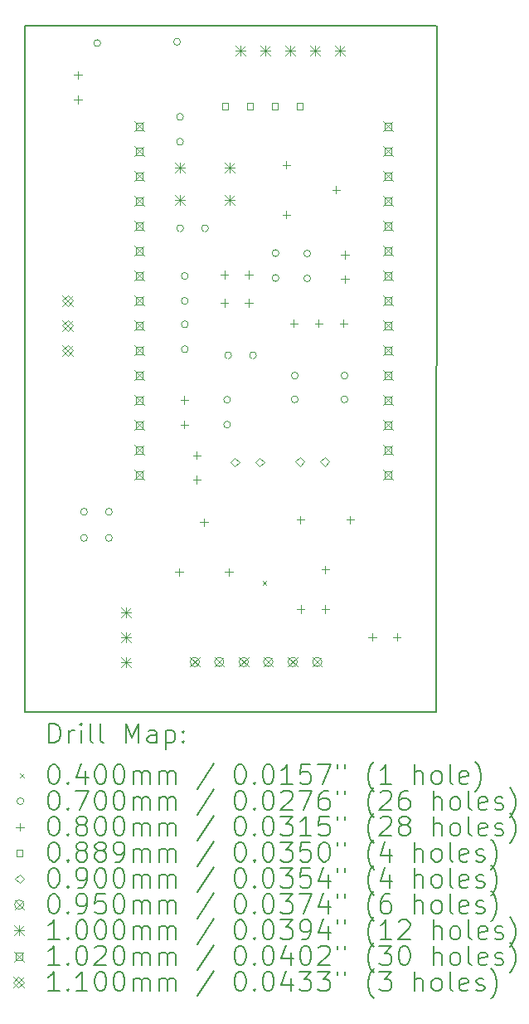
<source format=gbr>
%TF.GenerationSoftware,KiCad,Pcbnew,(6.0.9)*%
%TF.CreationDate,2023-02-20T20:31:01+03:00*%
%TF.ProjectId,ESP32_APRS,45535033-325f-4415-9052-532e6b696361,rev?*%
%TF.SameCoordinates,Original*%
%TF.FileFunction,Drillmap*%
%TF.FilePolarity,Positive*%
%FSLAX45Y45*%
G04 Gerber Fmt 4.5, Leading zero omitted, Abs format (unit mm)*
G04 Created by KiCad (PCBNEW (6.0.9)) date 2023-02-20 20:31:01*
%MOMM*%
%LPD*%
G01*
G04 APERTURE LIST*
%ADD10C,0.200000*%
%ADD11C,0.040000*%
%ADD12C,0.070000*%
%ADD13C,0.080000*%
%ADD14C,0.088900*%
%ADD15C,0.090000*%
%ADD16C,0.095000*%
%ADD17C,0.100000*%
%ADD18C,0.102000*%
%ADD19C,0.110000*%
G04 APERTURE END LIST*
D10*
X12000000Y-12500000D02*
X12000000Y-5500000D01*
X12000000Y-5500000D02*
X16200000Y-5500000D01*
X12000000Y-12500000D02*
X16200000Y-12500000D01*
X16205200Y-5500000D02*
X16200000Y-12500000D01*
D11*
X14426000Y-11169000D02*
X14466000Y-11209000D01*
X14466000Y-11169000D02*
X14426000Y-11209000D01*
D12*
X12639000Y-10461000D02*
G75*
G03*
X12639000Y-10461000I-35000J0D01*
G01*
X12639000Y-10728000D02*
G75*
G03*
X12639000Y-10728000I-35000J0D01*
G01*
X12774000Y-5679000D02*
G75*
G03*
X12774000Y-5679000I-35000J0D01*
G01*
X12893000Y-10461000D02*
G75*
G03*
X12893000Y-10461000I-35000J0D01*
G01*
X12893000Y-10728000D02*
G75*
G03*
X12893000Y-10728000I-35000J0D01*
G01*
X13588000Y-5666000D02*
G75*
G03*
X13588000Y-5666000I-35000J0D01*
G01*
X13619000Y-6432000D02*
G75*
G03*
X13619000Y-6432000I-35000J0D01*
G01*
X13619000Y-6686000D02*
G75*
G03*
X13619000Y-6686000I-35000J0D01*
G01*
X13620000Y-7569000D02*
G75*
G03*
X13620000Y-7569000I-35000J0D01*
G01*
X13667000Y-8055000D02*
G75*
G03*
X13667000Y-8055000I-35000J0D01*
G01*
X13667000Y-8309000D02*
G75*
G03*
X13667000Y-8309000I-35000J0D01*
G01*
X13668000Y-8549000D02*
G75*
G03*
X13668000Y-8549000I-35000J0D01*
G01*
X13668000Y-8803000D02*
G75*
G03*
X13668000Y-8803000I-35000J0D01*
G01*
X13874000Y-7569000D02*
G75*
G03*
X13874000Y-7569000I-35000J0D01*
G01*
X14100000Y-9318000D02*
G75*
G03*
X14100000Y-9318000I-35000J0D01*
G01*
X14100000Y-9572000D02*
G75*
G03*
X14100000Y-9572000I-35000J0D01*
G01*
X14110000Y-8864000D02*
G75*
G03*
X14110000Y-8864000I-35000J0D01*
G01*
X14364000Y-8864000D02*
G75*
G03*
X14364000Y-8864000I-35000J0D01*
G01*
X14594000Y-7822000D02*
G75*
G03*
X14594000Y-7822000I-35000J0D01*
G01*
X14594000Y-8076000D02*
G75*
G03*
X14594000Y-8076000I-35000J0D01*
G01*
X14790000Y-9072000D02*
G75*
G03*
X14790000Y-9072000I-35000J0D01*
G01*
X14790000Y-9314000D02*
G75*
G03*
X14790000Y-9314000I-35000J0D01*
G01*
X14918000Y-7826000D02*
G75*
G03*
X14918000Y-7826000I-35000J0D01*
G01*
X14918000Y-8080000D02*
G75*
G03*
X14918000Y-8080000I-35000J0D01*
G01*
X15298000Y-9072000D02*
G75*
G03*
X15298000Y-9072000I-35000J0D01*
G01*
X15298000Y-9314000D02*
G75*
G03*
X15298000Y-9314000I-35000J0D01*
G01*
D13*
X12542000Y-5964000D02*
X12542000Y-6044000D01*
X12502000Y-6004000D02*
X12582000Y-6004000D01*
X12542000Y-6214000D02*
X12542000Y-6294000D01*
X12502000Y-6254000D02*
X12582000Y-6254000D01*
X13574000Y-11037000D02*
X13574000Y-11117000D01*
X13534000Y-11077000D02*
X13614000Y-11077000D01*
X13629000Y-9281000D02*
X13629000Y-9361000D01*
X13589000Y-9321000D02*
X13669000Y-9321000D01*
X13629000Y-9531000D02*
X13629000Y-9611000D01*
X13589000Y-9571000D02*
X13669000Y-9571000D01*
X13755000Y-9845000D02*
X13755000Y-9925000D01*
X13715000Y-9885000D02*
X13795000Y-9885000D01*
X13755000Y-10095000D02*
X13755000Y-10175000D01*
X13715000Y-10135000D02*
X13795000Y-10135000D01*
X13828000Y-10529000D02*
X13828000Y-10609000D01*
X13788000Y-10569000D02*
X13868000Y-10569000D01*
X14037000Y-8002000D02*
X14037000Y-8082000D01*
X13997000Y-8042000D02*
X14077000Y-8042000D01*
X14037000Y-8289000D02*
X14037000Y-8369000D01*
X13997000Y-8329000D02*
X14077000Y-8329000D01*
X14082000Y-11037000D02*
X14082000Y-11117000D01*
X14042000Y-11077000D02*
X14122000Y-11077000D01*
X14287000Y-8002000D02*
X14287000Y-8082000D01*
X14247000Y-8042000D02*
X14327000Y-8042000D01*
X14287000Y-8289000D02*
X14287000Y-8369000D01*
X14247000Y-8329000D02*
X14327000Y-8329000D01*
X14669000Y-6881000D02*
X14669000Y-6961000D01*
X14629000Y-6921000D02*
X14709000Y-6921000D01*
X14669000Y-7389000D02*
X14669000Y-7469000D01*
X14629000Y-7429000D02*
X14709000Y-7429000D01*
X14745000Y-8498000D02*
X14745000Y-8578000D01*
X14705000Y-8538000D02*
X14785000Y-8538000D01*
X14813000Y-10502000D02*
X14813000Y-10582000D01*
X14773000Y-10542000D02*
X14853000Y-10542000D01*
X14817000Y-11416000D02*
X14817000Y-11496000D01*
X14777000Y-11456000D02*
X14857000Y-11456000D01*
X14999000Y-8498000D02*
X14999000Y-8578000D01*
X14959000Y-8538000D02*
X15039000Y-8538000D01*
X15067000Y-11010000D02*
X15067000Y-11090000D01*
X15027000Y-11050000D02*
X15107000Y-11050000D01*
X15067000Y-11416000D02*
X15067000Y-11496000D01*
X15027000Y-11456000D02*
X15107000Y-11456000D01*
X15177000Y-7135000D02*
X15177000Y-7215000D01*
X15137000Y-7175000D02*
X15217000Y-7175000D01*
X15253000Y-8498000D02*
X15253000Y-8578000D01*
X15213000Y-8538000D02*
X15293000Y-8538000D01*
X15267000Y-7798000D02*
X15267000Y-7878000D01*
X15227000Y-7838000D02*
X15307000Y-7838000D01*
X15267000Y-8048000D02*
X15267000Y-8128000D01*
X15227000Y-8088000D02*
X15307000Y-8088000D01*
X15321000Y-10502000D02*
X15321000Y-10582000D01*
X15281000Y-10542000D02*
X15361000Y-10542000D01*
X15549000Y-11698489D02*
X15549000Y-11778489D01*
X15509000Y-11738489D02*
X15589000Y-11738489D01*
X15799000Y-11698489D02*
X15799000Y-11778489D01*
X15759000Y-11738489D02*
X15839000Y-11738489D01*
D14*
X14077631Y-6356031D02*
X14077631Y-6293169D01*
X14014769Y-6293169D01*
X14014769Y-6356031D01*
X14077631Y-6356031D01*
X14331631Y-6356031D02*
X14331631Y-6293169D01*
X14268769Y-6293169D01*
X14268769Y-6356031D01*
X14331631Y-6356031D01*
X14585631Y-6356031D02*
X14585631Y-6293169D01*
X14522769Y-6293169D01*
X14522769Y-6356031D01*
X14585631Y-6356031D01*
X14839631Y-6356031D02*
X14839631Y-6293169D01*
X14776769Y-6293169D01*
X14776769Y-6356031D01*
X14839631Y-6356031D01*
D15*
X14143500Y-10002000D02*
X14188500Y-9957000D01*
X14143500Y-9912000D01*
X14098500Y-9957000D01*
X14143500Y-10002000D01*
X14397500Y-10002000D02*
X14442500Y-9957000D01*
X14397500Y-9912000D01*
X14352500Y-9957000D01*
X14397500Y-10002000D01*
X14808000Y-9996000D02*
X14853000Y-9951000D01*
X14808000Y-9906000D01*
X14763000Y-9951000D01*
X14808000Y-9996000D01*
X15062000Y-9996000D02*
X15107000Y-9951000D01*
X15062000Y-9906000D01*
X15017000Y-9951000D01*
X15062000Y-9996000D01*
D16*
X13687500Y-11946000D02*
X13782500Y-12041000D01*
X13782500Y-11946000D02*
X13687500Y-12041000D01*
X13782500Y-11993500D02*
G75*
G03*
X13782500Y-11993500I-47500J0D01*
G01*
X13937500Y-11946000D02*
X14032500Y-12041000D01*
X14032500Y-11946000D02*
X13937500Y-12041000D01*
X14032500Y-11993500D02*
G75*
G03*
X14032500Y-11993500I-47500J0D01*
G01*
X14187500Y-11946000D02*
X14282500Y-12041000D01*
X14282500Y-11946000D02*
X14187500Y-12041000D01*
X14282500Y-11993500D02*
G75*
G03*
X14282500Y-11993500I-47500J0D01*
G01*
X14437500Y-11946000D02*
X14532500Y-12041000D01*
X14532500Y-11946000D02*
X14437500Y-12041000D01*
X14532500Y-11993500D02*
G75*
G03*
X14532500Y-11993500I-47500J0D01*
G01*
X14687500Y-11946000D02*
X14782500Y-12041000D01*
X14782500Y-11946000D02*
X14687500Y-12041000D01*
X14782500Y-11993500D02*
G75*
G03*
X14782500Y-11993500I-47500J0D01*
G01*
X14937500Y-11946000D02*
X15032500Y-12041000D01*
X15032500Y-11946000D02*
X14937500Y-12041000D01*
X15032500Y-11993500D02*
G75*
G03*
X15032500Y-11993500I-47500J0D01*
G01*
D17*
X12984000Y-11439000D02*
X13084000Y-11539000D01*
X13084000Y-11439000D02*
X12984000Y-11539000D01*
X13034000Y-11439000D02*
X13034000Y-11539000D01*
X12984000Y-11489000D02*
X13084000Y-11489000D01*
X12984000Y-11693000D02*
X13084000Y-11793000D01*
X13084000Y-11693000D02*
X12984000Y-11793000D01*
X13034000Y-11693000D02*
X13034000Y-11793000D01*
X12984000Y-11743000D02*
X13084000Y-11743000D01*
X12984000Y-11947000D02*
X13084000Y-12047000D01*
X13084000Y-11947000D02*
X12984000Y-12047000D01*
X13034000Y-11947000D02*
X13034000Y-12047000D01*
X12984000Y-11997000D02*
X13084000Y-11997000D01*
X13532000Y-7231000D02*
X13632000Y-7331000D01*
X13632000Y-7231000D02*
X13532000Y-7331000D01*
X13582000Y-7231000D02*
X13582000Y-7331000D01*
X13532000Y-7281000D02*
X13632000Y-7281000D01*
X13533000Y-6898000D02*
X13633000Y-6998000D01*
X13633000Y-6898000D02*
X13533000Y-6998000D01*
X13583000Y-6898000D02*
X13583000Y-6998000D01*
X13533000Y-6948000D02*
X13633000Y-6948000D01*
X14040000Y-7231000D02*
X14140000Y-7331000D01*
X14140000Y-7231000D02*
X14040000Y-7331000D01*
X14090000Y-7231000D02*
X14090000Y-7331000D01*
X14040000Y-7281000D02*
X14140000Y-7281000D01*
X14041000Y-6898000D02*
X14141000Y-6998000D01*
X14141000Y-6898000D02*
X14041000Y-6998000D01*
X14091000Y-6898000D02*
X14091000Y-6998000D01*
X14041000Y-6948000D02*
X14141000Y-6948000D01*
X14149500Y-5703000D02*
X14249500Y-5803000D01*
X14249500Y-5703000D02*
X14149500Y-5803000D01*
X14199500Y-5703000D02*
X14199500Y-5803000D01*
X14149500Y-5753000D02*
X14249500Y-5753000D01*
X14403500Y-5703000D02*
X14503500Y-5803000D01*
X14503500Y-5703000D02*
X14403500Y-5803000D01*
X14453500Y-5703000D02*
X14453500Y-5803000D01*
X14403500Y-5753000D02*
X14503500Y-5753000D01*
X14657500Y-5703000D02*
X14757500Y-5803000D01*
X14757500Y-5703000D02*
X14657500Y-5803000D01*
X14707500Y-5703000D02*
X14707500Y-5803000D01*
X14657500Y-5753000D02*
X14757500Y-5753000D01*
X14911500Y-5703000D02*
X15011500Y-5803000D01*
X15011500Y-5703000D02*
X14911500Y-5803000D01*
X14961500Y-5703000D02*
X14961500Y-5803000D01*
X14911500Y-5753000D02*
X15011500Y-5753000D01*
X15165500Y-5703000D02*
X15265500Y-5803000D01*
X15265500Y-5703000D02*
X15165500Y-5803000D01*
X15215500Y-5703000D02*
X15215500Y-5803000D01*
X15165500Y-5753000D02*
X15265500Y-5753000D01*
D18*
X13117730Y-6478900D02*
X13219730Y-6580900D01*
X13219730Y-6478900D02*
X13117730Y-6580900D01*
X13204793Y-6565963D02*
X13204793Y-6493837D01*
X13132667Y-6493837D01*
X13132667Y-6565963D01*
X13204793Y-6565963D01*
X13117730Y-6732900D02*
X13219730Y-6834900D01*
X13219730Y-6732900D02*
X13117730Y-6834900D01*
X13204793Y-6819963D02*
X13204793Y-6747837D01*
X13132667Y-6747837D01*
X13132667Y-6819963D01*
X13204793Y-6819963D01*
X13117730Y-6986900D02*
X13219730Y-7088900D01*
X13219730Y-6986900D02*
X13117730Y-7088900D01*
X13204793Y-7073963D02*
X13204793Y-7001837D01*
X13132667Y-7001837D01*
X13132667Y-7073963D01*
X13204793Y-7073963D01*
X13117730Y-7240900D02*
X13219730Y-7342900D01*
X13219730Y-7240900D02*
X13117730Y-7342900D01*
X13204793Y-7327963D02*
X13204793Y-7255837D01*
X13132667Y-7255837D01*
X13132667Y-7327963D01*
X13204793Y-7327963D01*
X13117730Y-7494900D02*
X13219730Y-7596900D01*
X13219730Y-7494900D02*
X13117730Y-7596900D01*
X13204793Y-7581963D02*
X13204793Y-7509837D01*
X13132667Y-7509837D01*
X13132667Y-7581963D01*
X13204793Y-7581963D01*
X13117730Y-7748900D02*
X13219730Y-7850900D01*
X13219730Y-7748900D02*
X13117730Y-7850900D01*
X13204793Y-7835963D02*
X13204793Y-7763837D01*
X13132667Y-7763837D01*
X13132667Y-7835963D01*
X13204793Y-7835963D01*
X13117730Y-8002900D02*
X13219730Y-8104900D01*
X13219730Y-8002900D02*
X13117730Y-8104900D01*
X13204793Y-8089963D02*
X13204793Y-8017837D01*
X13132667Y-8017837D01*
X13132667Y-8089963D01*
X13204793Y-8089963D01*
X13117730Y-8256900D02*
X13219730Y-8358900D01*
X13219730Y-8256900D02*
X13117730Y-8358900D01*
X13204793Y-8343963D02*
X13204793Y-8271837D01*
X13132667Y-8271837D01*
X13132667Y-8343963D01*
X13204793Y-8343963D01*
X13117730Y-8510900D02*
X13219730Y-8612900D01*
X13219730Y-8510900D02*
X13117730Y-8612900D01*
X13204793Y-8597963D02*
X13204793Y-8525837D01*
X13132667Y-8525837D01*
X13132667Y-8597963D01*
X13204793Y-8597963D01*
X13117730Y-8764900D02*
X13219730Y-8866900D01*
X13219730Y-8764900D02*
X13117730Y-8866900D01*
X13204793Y-8851963D02*
X13204793Y-8779837D01*
X13132667Y-8779837D01*
X13132667Y-8851963D01*
X13204793Y-8851963D01*
X13117730Y-9018900D02*
X13219730Y-9120900D01*
X13219730Y-9018900D02*
X13117730Y-9120900D01*
X13204793Y-9105963D02*
X13204793Y-9033837D01*
X13132667Y-9033837D01*
X13132667Y-9105963D01*
X13204793Y-9105963D01*
X13117730Y-9272900D02*
X13219730Y-9374900D01*
X13219730Y-9272900D02*
X13117730Y-9374900D01*
X13204793Y-9359963D02*
X13204793Y-9287837D01*
X13132667Y-9287837D01*
X13132667Y-9359963D01*
X13204793Y-9359963D01*
X13117730Y-9526900D02*
X13219730Y-9628900D01*
X13219730Y-9526900D02*
X13117730Y-9628900D01*
X13204793Y-9613963D02*
X13204793Y-9541837D01*
X13132667Y-9541837D01*
X13132667Y-9613963D01*
X13204793Y-9613963D01*
X13117730Y-9780900D02*
X13219730Y-9882900D01*
X13219730Y-9780900D02*
X13117730Y-9882900D01*
X13204793Y-9867963D02*
X13204793Y-9795837D01*
X13132667Y-9795837D01*
X13132667Y-9867963D01*
X13204793Y-9867963D01*
X13117730Y-10034900D02*
X13219730Y-10136900D01*
X13219730Y-10034900D02*
X13117730Y-10136900D01*
X13204793Y-10121963D02*
X13204793Y-10049837D01*
X13132667Y-10049837D01*
X13132667Y-10121963D01*
X13204793Y-10121963D01*
X15657730Y-6478900D02*
X15759730Y-6580900D01*
X15759730Y-6478900D02*
X15657730Y-6580900D01*
X15744793Y-6565963D02*
X15744793Y-6493837D01*
X15672667Y-6493837D01*
X15672667Y-6565963D01*
X15744793Y-6565963D01*
X15657730Y-6732900D02*
X15759730Y-6834900D01*
X15759730Y-6732900D02*
X15657730Y-6834900D01*
X15744793Y-6819963D02*
X15744793Y-6747837D01*
X15672667Y-6747837D01*
X15672667Y-6819963D01*
X15744793Y-6819963D01*
X15657730Y-6986900D02*
X15759730Y-7088900D01*
X15759730Y-6986900D02*
X15657730Y-7088900D01*
X15744793Y-7073963D02*
X15744793Y-7001837D01*
X15672667Y-7001837D01*
X15672667Y-7073963D01*
X15744793Y-7073963D01*
X15657730Y-7240900D02*
X15759730Y-7342900D01*
X15759730Y-7240900D02*
X15657730Y-7342900D01*
X15744793Y-7327963D02*
X15744793Y-7255837D01*
X15672667Y-7255837D01*
X15672667Y-7327963D01*
X15744793Y-7327963D01*
X15657730Y-7494900D02*
X15759730Y-7596900D01*
X15759730Y-7494900D02*
X15657730Y-7596900D01*
X15744793Y-7581963D02*
X15744793Y-7509837D01*
X15672667Y-7509837D01*
X15672667Y-7581963D01*
X15744793Y-7581963D01*
X15657730Y-7748900D02*
X15759730Y-7850900D01*
X15759730Y-7748900D02*
X15657730Y-7850900D01*
X15744793Y-7835963D02*
X15744793Y-7763837D01*
X15672667Y-7763837D01*
X15672667Y-7835963D01*
X15744793Y-7835963D01*
X15657730Y-8002900D02*
X15759730Y-8104900D01*
X15759730Y-8002900D02*
X15657730Y-8104900D01*
X15744793Y-8089963D02*
X15744793Y-8017837D01*
X15672667Y-8017837D01*
X15672667Y-8089963D01*
X15744793Y-8089963D01*
X15657730Y-8256900D02*
X15759730Y-8358900D01*
X15759730Y-8256900D02*
X15657730Y-8358900D01*
X15744793Y-8343963D02*
X15744793Y-8271837D01*
X15672667Y-8271837D01*
X15672667Y-8343963D01*
X15744793Y-8343963D01*
X15657730Y-8510900D02*
X15759730Y-8612900D01*
X15759730Y-8510900D02*
X15657730Y-8612900D01*
X15744793Y-8597963D02*
X15744793Y-8525837D01*
X15672667Y-8525837D01*
X15672667Y-8597963D01*
X15744793Y-8597963D01*
X15657730Y-8764900D02*
X15759730Y-8866900D01*
X15759730Y-8764900D02*
X15657730Y-8866900D01*
X15744793Y-8851963D02*
X15744793Y-8779837D01*
X15672667Y-8779837D01*
X15672667Y-8851963D01*
X15744793Y-8851963D01*
X15657730Y-9018900D02*
X15759730Y-9120900D01*
X15759730Y-9018900D02*
X15657730Y-9120900D01*
X15744793Y-9105963D02*
X15744793Y-9033837D01*
X15672667Y-9033837D01*
X15672667Y-9105963D01*
X15744793Y-9105963D01*
X15657730Y-9272900D02*
X15759730Y-9374900D01*
X15759730Y-9272900D02*
X15657730Y-9374900D01*
X15744793Y-9359963D02*
X15744793Y-9287837D01*
X15672667Y-9287837D01*
X15672667Y-9359963D01*
X15744793Y-9359963D01*
X15657730Y-9526900D02*
X15759730Y-9628900D01*
X15759730Y-9526900D02*
X15657730Y-9628900D01*
X15744793Y-9613963D02*
X15744793Y-9541837D01*
X15672667Y-9541837D01*
X15672667Y-9613963D01*
X15744793Y-9613963D01*
X15657730Y-9780900D02*
X15759730Y-9882900D01*
X15759730Y-9780900D02*
X15657730Y-9882900D01*
X15744793Y-9867963D02*
X15744793Y-9795837D01*
X15672667Y-9795837D01*
X15672667Y-9867963D01*
X15744793Y-9867963D01*
X15657730Y-10034900D02*
X15759730Y-10136900D01*
X15759730Y-10034900D02*
X15657730Y-10136900D01*
X15744793Y-10121963D02*
X15744793Y-10049837D01*
X15672667Y-10049837D01*
X15672667Y-10121963D01*
X15744793Y-10121963D01*
D19*
X12383900Y-8250800D02*
X12493900Y-8360800D01*
X12493900Y-8250800D02*
X12383900Y-8360800D01*
X12438900Y-8360800D02*
X12493900Y-8305800D01*
X12438900Y-8250800D01*
X12383900Y-8305800D01*
X12438900Y-8360800D01*
X12383900Y-8504800D02*
X12493900Y-8614800D01*
X12493900Y-8504800D02*
X12383900Y-8614800D01*
X12438900Y-8614800D02*
X12493900Y-8559800D01*
X12438900Y-8504800D01*
X12383900Y-8559800D01*
X12438900Y-8614800D01*
X12383900Y-8758800D02*
X12493900Y-8868800D01*
X12493900Y-8758800D02*
X12383900Y-8868800D01*
X12438900Y-8868800D02*
X12493900Y-8813800D01*
X12438900Y-8758800D01*
X12383900Y-8813800D01*
X12438900Y-8868800D01*
D10*
X12247619Y-12820476D02*
X12247619Y-12620476D01*
X12295238Y-12620476D01*
X12323809Y-12630000D01*
X12342857Y-12649048D01*
X12352381Y-12668095D01*
X12361905Y-12706190D01*
X12361905Y-12734762D01*
X12352381Y-12772857D01*
X12342857Y-12791905D01*
X12323809Y-12810952D01*
X12295238Y-12820476D01*
X12247619Y-12820476D01*
X12447619Y-12820476D02*
X12447619Y-12687143D01*
X12447619Y-12725238D02*
X12457143Y-12706190D01*
X12466667Y-12696667D01*
X12485714Y-12687143D01*
X12504762Y-12687143D01*
X12571428Y-12820476D02*
X12571428Y-12687143D01*
X12571428Y-12620476D02*
X12561905Y-12630000D01*
X12571428Y-12639524D01*
X12580952Y-12630000D01*
X12571428Y-12620476D01*
X12571428Y-12639524D01*
X12695238Y-12820476D02*
X12676190Y-12810952D01*
X12666667Y-12791905D01*
X12666667Y-12620476D01*
X12800000Y-12820476D02*
X12780952Y-12810952D01*
X12771428Y-12791905D01*
X12771428Y-12620476D01*
X13028571Y-12820476D02*
X13028571Y-12620476D01*
X13095238Y-12763333D01*
X13161905Y-12620476D01*
X13161905Y-12820476D01*
X13342857Y-12820476D02*
X13342857Y-12715714D01*
X13333333Y-12696667D01*
X13314286Y-12687143D01*
X13276190Y-12687143D01*
X13257143Y-12696667D01*
X13342857Y-12810952D02*
X13323809Y-12820476D01*
X13276190Y-12820476D01*
X13257143Y-12810952D01*
X13247619Y-12791905D01*
X13247619Y-12772857D01*
X13257143Y-12753809D01*
X13276190Y-12744286D01*
X13323809Y-12744286D01*
X13342857Y-12734762D01*
X13438095Y-12687143D02*
X13438095Y-12887143D01*
X13438095Y-12696667D02*
X13457143Y-12687143D01*
X13495238Y-12687143D01*
X13514286Y-12696667D01*
X13523809Y-12706190D01*
X13533333Y-12725238D01*
X13533333Y-12782381D01*
X13523809Y-12801428D01*
X13514286Y-12810952D01*
X13495238Y-12820476D01*
X13457143Y-12820476D01*
X13438095Y-12810952D01*
X13619048Y-12801428D02*
X13628571Y-12810952D01*
X13619048Y-12820476D01*
X13609524Y-12810952D01*
X13619048Y-12801428D01*
X13619048Y-12820476D01*
X13619048Y-12696667D02*
X13628571Y-12706190D01*
X13619048Y-12715714D01*
X13609524Y-12706190D01*
X13619048Y-12696667D01*
X13619048Y-12715714D01*
D11*
X11950000Y-13130000D02*
X11990000Y-13170000D01*
X11990000Y-13130000D02*
X11950000Y-13170000D01*
D10*
X12285714Y-13040476D02*
X12304762Y-13040476D01*
X12323809Y-13050000D01*
X12333333Y-13059524D01*
X12342857Y-13078571D01*
X12352381Y-13116667D01*
X12352381Y-13164286D01*
X12342857Y-13202381D01*
X12333333Y-13221428D01*
X12323809Y-13230952D01*
X12304762Y-13240476D01*
X12285714Y-13240476D01*
X12266667Y-13230952D01*
X12257143Y-13221428D01*
X12247619Y-13202381D01*
X12238095Y-13164286D01*
X12238095Y-13116667D01*
X12247619Y-13078571D01*
X12257143Y-13059524D01*
X12266667Y-13050000D01*
X12285714Y-13040476D01*
X12438095Y-13221428D02*
X12447619Y-13230952D01*
X12438095Y-13240476D01*
X12428571Y-13230952D01*
X12438095Y-13221428D01*
X12438095Y-13240476D01*
X12619048Y-13107143D02*
X12619048Y-13240476D01*
X12571428Y-13030952D02*
X12523809Y-13173809D01*
X12647619Y-13173809D01*
X12761905Y-13040476D02*
X12780952Y-13040476D01*
X12800000Y-13050000D01*
X12809524Y-13059524D01*
X12819048Y-13078571D01*
X12828571Y-13116667D01*
X12828571Y-13164286D01*
X12819048Y-13202381D01*
X12809524Y-13221428D01*
X12800000Y-13230952D01*
X12780952Y-13240476D01*
X12761905Y-13240476D01*
X12742857Y-13230952D01*
X12733333Y-13221428D01*
X12723809Y-13202381D01*
X12714286Y-13164286D01*
X12714286Y-13116667D01*
X12723809Y-13078571D01*
X12733333Y-13059524D01*
X12742857Y-13050000D01*
X12761905Y-13040476D01*
X12952381Y-13040476D02*
X12971428Y-13040476D01*
X12990476Y-13050000D01*
X13000000Y-13059524D01*
X13009524Y-13078571D01*
X13019048Y-13116667D01*
X13019048Y-13164286D01*
X13009524Y-13202381D01*
X13000000Y-13221428D01*
X12990476Y-13230952D01*
X12971428Y-13240476D01*
X12952381Y-13240476D01*
X12933333Y-13230952D01*
X12923809Y-13221428D01*
X12914286Y-13202381D01*
X12904762Y-13164286D01*
X12904762Y-13116667D01*
X12914286Y-13078571D01*
X12923809Y-13059524D01*
X12933333Y-13050000D01*
X12952381Y-13040476D01*
X13104762Y-13240476D02*
X13104762Y-13107143D01*
X13104762Y-13126190D02*
X13114286Y-13116667D01*
X13133333Y-13107143D01*
X13161905Y-13107143D01*
X13180952Y-13116667D01*
X13190476Y-13135714D01*
X13190476Y-13240476D01*
X13190476Y-13135714D02*
X13200000Y-13116667D01*
X13219048Y-13107143D01*
X13247619Y-13107143D01*
X13266667Y-13116667D01*
X13276190Y-13135714D01*
X13276190Y-13240476D01*
X13371428Y-13240476D02*
X13371428Y-13107143D01*
X13371428Y-13126190D02*
X13380952Y-13116667D01*
X13400000Y-13107143D01*
X13428571Y-13107143D01*
X13447619Y-13116667D01*
X13457143Y-13135714D01*
X13457143Y-13240476D01*
X13457143Y-13135714D02*
X13466667Y-13116667D01*
X13485714Y-13107143D01*
X13514286Y-13107143D01*
X13533333Y-13116667D01*
X13542857Y-13135714D01*
X13542857Y-13240476D01*
X13933333Y-13030952D02*
X13761905Y-13288095D01*
X14190476Y-13040476D02*
X14209524Y-13040476D01*
X14228571Y-13050000D01*
X14238095Y-13059524D01*
X14247619Y-13078571D01*
X14257143Y-13116667D01*
X14257143Y-13164286D01*
X14247619Y-13202381D01*
X14238095Y-13221428D01*
X14228571Y-13230952D01*
X14209524Y-13240476D01*
X14190476Y-13240476D01*
X14171428Y-13230952D01*
X14161905Y-13221428D01*
X14152381Y-13202381D01*
X14142857Y-13164286D01*
X14142857Y-13116667D01*
X14152381Y-13078571D01*
X14161905Y-13059524D01*
X14171428Y-13050000D01*
X14190476Y-13040476D01*
X14342857Y-13221428D02*
X14352381Y-13230952D01*
X14342857Y-13240476D01*
X14333333Y-13230952D01*
X14342857Y-13221428D01*
X14342857Y-13240476D01*
X14476190Y-13040476D02*
X14495238Y-13040476D01*
X14514286Y-13050000D01*
X14523809Y-13059524D01*
X14533333Y-13078571D01*
X14542857Y-13116667D01*
X14542857Y-13164286D01*
X14533333Y-13202381D01*
X14523809Y-13221428D01*
X14514286Y-13230952D01*
X14495238Y-13240476D01*
X14476190Y-13240476D01*
X14457143Y-13230952D01*
X14447619Y-13221428D01*
X14438095Y-13202381D01*
X14428571Y-13164286D01*
X14428571Y-13116667D01*
X14438095Y-13078571D01*
X14447619Y-13059524D01*
X14457143Y-13050000D01*
X14476190Y-13040476D01*
X14733333Y-13240476D02*
X14619048Y-13240476D01*
X14676190Y-13240476D02*
X14676190Y-13040476D01*
X14657143Y-13069048D01*
X14638095Y-13088095D01*
X14619048Y-13097619D01*
X14914286Y-13040476D02*
X14819048Y-13040476D01*
X14809524Y-13135714D01*
X14819048Y-13126190D01*
X14838095Y-13116667D01*
X14885714Y-13116667D01*
X14904762Y-13126190D01*
X14914286Y-13135714D01*
X14923809Y-13154762D01*
X14923809Y-13202381D01*
X14914286Y-13221428D01*
X14904762Y-13230952D01*
X14885714Y-13240476D01*
X14838095Y-13240476D01*
X14819048Y-13230952D01*
X14809524Y-13221428D01*
X14990476Y-13040476D02*
X15123809Y-13040476D01*
X15038095Y-13240476D01*
X15190476Y-13040476D02*
X15190476Y-13078571D01*
X15266667Y-13040476D02*
X15266667Y-13078571D01*
X15561905Y-13316667D02*
X15552381Y-13307143D01*
X15533333Y-13278571D01*
X15523809Y-13259524D01*
X15514286Y-13230952D01*
X15504762Y-13183333D01*
X15504762Y-13145238D01*
X15514286Y-13097619D01*
X15523809Y-13069048D01*
X15533333Y-13050000D01*
X15552381Y-13021428D01*
X15561905Y-13011905D01*
X15742857Y-13240476D02*
X15628571Y-13240476D01*
X15685714Y-13240476D02*
X15685714Y-13040476D01*
X15666667Y-13069048D01*
X15647619Y-13088095D01*
X15628571Y-13097619D01*
X15980952Y-13240476D02*
X15980952Y-13040476D01*
X16066667Y-13240476D02*
X16066667Y-13135714D01*
X16057143Y-13116667D01*
X16038095Y-13107143D01*
X16009524Y-13107143D01*
X15990476Y-13116667D01*
X15980952Y-13126190D01*
X16190476Y-13240476D02*
X16171428Y-13230952D01*
X16161905Y-13221428D01*
X16152381Y-13202381D01*
X16152381Y-13145238D01*
X16161905Y-13126190D01*
X16171428Y-13116667D01*
X16190476Y-13107143D01*
X16219048Y-13107143D01*
X16238095Y-13116667D01*
X16247619Y-13126190D01*
X16257143Y-13145238D01*
X16257143Y-13202381D01*
X16247619Y-13221428D01*
X16238095Y-13230952D01*
X16219048Y-13240476D01*
X16190476Y-13240476D01*
X16371428Y-13240476D02*
X16352381Y-13230952D01*
X16342857Y-13211905D01*
X16342857Y-13040476D01*
X16523809Y-13230952D02*
X16504762Y-13240476D01*
X16466667Y-13240476D01*
X16447619Y-13230952D01*
X16438095Y-13211905D01*
X16438095Y-13135714D01*
X16447619Y-13116667D01*
X16466667Y-13107143D01*
X16504762Y-13107143D01*
X16523809Y-13116667D01*
X16533333Y-13135714D01*
X16533333Y-13154762D01*
X16438095Y-13173809D01*
X16600000Y-13316667D02*
X16609524Y-13307143D01*
X16628571Y-13278571D01*
X16638095Y-13259524D01*
X16647619Y-13230952D01*
X16657143Y-13183333D01*
X16657143Y-13145238D01*
X16647619Y-13097619D01*
X16638095Y-13069048D01*
X16628571Y-13050000D01*
X16609524Y-13021428D01*
X16600000Y-13011905D01*
D12*
X11990000Y-13414000D02*
G75*
G03*
X11990000Y-13414000I-35000J0D01*
G01*
D10*
X12285714Y-13304476D02*
X12304762Y-13304476D01*
X12323809Y-13314000D01*
X12333333Y-13323524D01*
X12342857Y-13342571D01*
X12352381Y-13380667D01*
X12352381Y-13428286D01*
X12342857Y-13466381D01*
X12333333Y-13485428D01*
X12323809Y-13494952D01*
X12304762Y-13504476D01*
X12285714Y-13504476D01*
X12266667Y-13494952D01*
X12257143Y-13485428D01*
X12247619Y-13466381D01*
X12238095Y-13428286D01*
X12238095Y-13380667D01*
X12247619Y-13342571D01*
X12257143Y-13323524D01*
X12266667Y-13314000D01*
X12285714Y-13304476D01*
X12438095Y-13485428D02*
X12447619Y-13494952D01*
X12438095Y-13504476D01*
X12428571Y-13494952D01*
X12438095Y-13485428D01*
X12438095Y-13504476D01*
X12514286Y-13304476D02*
X12647619Y-13304476D01*
X12561905Y-13504476D01*
X12761905Y-13304476D02*
X12780952Y-13304476D01*
X12800000Y-13314000D01*
X12809524Y-13323524D01*
X12819048Y-13342571D01*
X12828571Y-13380667D01*
X12828571Y-13428286D01*
X12819048Y-13466381D01*
X12809524Y-13485428D01*
X12800000Y-13494952D01*
X12780952Y-13504476D01*
X12761905Y-13504476D01*
X12742857Y-13494952D01*
X12733333Y-13485428D01*
X12723809Y-13466381D01*
X12714286Y-13428286D01*
X12714286Y-13380667D01*
X12723809Y-13342571D01*
X12733333Y-13323524D01*
X12742857Y-13314000D01*
X12761905Y-13304476D01*
X12952381Y-13304476D02*
X12971428Y-13304476D01*
X12990476Y-13314000D01*
X13000000Y-13323524D01*
X13009524Y-13342571D01*
X13019048Y-13380667D01*
X13019048Y-13428286D01*
X13009524Y-13466381D01*
X13000000Y-13485428D01*
X12990476Y-13494952D01*
X12971428Y-13504476D01*
X12952381Y-13504476D01*
X12933333Y-13494952D01*
X12923809Y-13485428D01*
X12914286Y-13466381D01*
X12904762Y-13428286D01*
X12904762Y-13380667D01*
X12914286Y-13342571D01*
X12923809Y-13323524D01*
X12933333Y-13314000D01*
X12952381Y-13304476D01*
X13104762Y-13504476D02*
X13104762Y-13371143D01*
X13104762Y-13390190D02*
X13114286Y-13380667D01*
X13133333Y-13371143D01*
X13161905Y-13371143D01*
X13180952Y-13380667D01*
X13190476Y-13399714D01*
X13190476Y-13504476D01*
X13190476Y-13399714D02*
X13200000Y-13380667D01*
X13219048Y-13371143D01*
X13247619Y-13371143D01*
X13266667Y-13380667D01*
X13276190Y-13399714D01*
X13276190Y-13504476D01*
X13371428Y-13504476D02*
X13371428Y-13371143D01*
X13371428Y-13390190D02*
X13380952Y-13380667D01*
X13400000Y-13371143D01*
X13428571Y-13371143D01*
X13447619Y-13380667D01*
X13457143Y-13399714D01*
X13457143Y-13504476D01*
X13457143Y-13399714D02*
X13466667Y-13380667D01*
X13485714Y-13371143D01*
X13514286Y-13371143D01*
X13533333Y-13380667D01*
X13542857Y-13399714D01*
X13542857Y-13504476D01*
X13933333Y-13294952D02*
X13761905Y-13552095D01*
X14190476Y-13304476D02*
X14209524Y-13304476D01*
X14228571Y-13314000D01*
X14238095Y-13323524D01*
X14247619Y-13342571D01*
X14257143Y-13380667D01*
X14257143Y-13428286D01*
X14247619Y-13466381D01*
X14238095Y-13485428D01*
X14228571Y-13494952D01*
X14209524Y-13504476D01*
X14190476Y-13504476D01*
X14171428Y-13494952D01*
X14161905Y-13485428D01*
X14152381Y-13466381D01*
X14142857Y-13428286D01*
X14142857Y-13380667D01*
X14152381Y-13342571D01*
X14161905Y-13323524D01*
X14171428Y-13314000D01*
X14190476Y-13304476D01*
X14342857Y-13485428D02*
X14352381Y-13494952D01*
X14342857Y-13504476D01*
X14333333Y-13494952D01*
X14342857Y-13485428D01*
X14342857Y-13504476D01*
X14476190Y-13304476D02*
X14495238Y-13304476D01*
X14514286Y-13314000D01*
X14523809Y-13323524D01*
X14533333Y-13342571D01*
X14542857Y-13380667D01*
X14542857Y-13428286D01*
X14533333Y-13466381D01*
X14523809Y-13485428D01*
X14514286Y-13494952D01*
X14495238Y-13504476D01*
X14476190Y-13504476D01*
X14457143Y-13494952D01*
X14447619Y-13485428D01*
X14438095Y-13466381D01*
X14428571Y-13428286D01*
X14428571Y-13380667D01*
X14438095Y-13342571D01*
X14447619Y-13323524D01*
X14457143Y-13314000D01*
X14476190Y-13304476D01*
X14619048Y-13323524D02*
X14628571Y-13314000D01*
X14647619Y-13304476D01*
X14695238Y-13304476D01*
X14714286Y-13314000D01*
X14723809Y-13323524D01*
X14733333Y-13342571D01*
X14733333Y-13361619D01*
X14723809Y-13390190D01*
X14609524Y-13504476D01*
X14733333Y-13504476D01*
X14800000Y-13304476D02*
X14933333Y-13304476D01*
X14847619Y-13504476D01*
X15095238Y-13304476D02*
X15057143Y-13304476D01*
X15038095Y-13314000D01*
X15028571Y-13323524D01*
X15009524Y-13352095D01*
X15000000Y-13390190D01*
X15000000Y-13466381D01*
X15009524Y-13485428D01*
X15019048Y-13494952D01*
X15038095Y-13504476D01*
X15076190Y-13504476D01*
X15095238Y-13494952D01*
X15104762Y-13485428D01*
X15114286Y-13466381D01*
X15114286Y-13418762D01*
X15104762Y-13399714D01*
X15095238Y-13390190D01*
X15076190Y-13380667D01*
X15038095Y-13380667D01*
X15019048Y-13390190D01*
X15009524Y-13399714D01*
X15000000Y-13418762D01*
X15190476Y-13304476D02*
X15190476Y-13342571D01*
X15266667Y-13304476D02*
X15266667Y-13342571D01*
X15561905Y-13580667D02*
X15552381Y-13571143D01*
X15533333Y-13542571D01*
X15523809Y-13523524D01*
X15514286Y-13494952D01*
X15504762Y-13447333D01*
X15504762Y-13409238D01*
X15514286Y-13361619D01*
X15523809Y-13333048D01*
X15533333Y-13314000D01*
X15552381Y-13285428D01*
X15561905Y-13275905D01*
X15628571Y-13323524D02*
X15638095Y-13314000D01*
X15657143Y-13304476D01*
X15704762Y-13304476D01*
X15723809Y-13314000D01*
X15733333Y-13323524D01*
X15742857Y-13342571D01*
X15742857Y-13361619D01*
X15733333Y-13390190D01*
X15619048Y-13504476D01*
X15742857Y-13504476D01*
X15914286Y-13304476D02*
X15876190Y-13304476D01*
X15857143Y-13314000D01*
X15847619Y-13323524D01*
X15828571Y-13352095D01*
X15819048Y-13390190D01*
X15819048Y-13466381D01*
X15828571Y-13485428D01*
X15838095Y-13494952D01*
X15857143Y-13504476D01*
X15895238Y-13504476D01*
X15914286Y-13494952D01*
X15923809Y-13485428D01*
X15933333Y-13466381D01*
X15933333Y-13418762D01*
X15923809Y-13399714D01*
X15914286Y-13390190D01*
X15895238Y-13380667D01*
X15857143Y-13380667D01*
X15838095Y-13390190D01*
X15828571Y-13399714D01*
X15819048Y-13418762D01*
X16171428Y-13504476D02*
X16171428Y-13304476D01*
X16257143Y-13504476D02*
X16257143Y-13399714D01*
X16247619Y-13380667D01*
X16228571Y-13371143D01*
X16200000Y-13371143D01*
X16180952Y-13380667D01*
X16171428Y-13390190D01*
X16380952Y-13504476D02*
X16361905Y-13494952D01*
X16352381Y-13485428D01*
X16342857Y-13466381D01*
X16342857Y-13409238D01*
X16352381Y-13390190D01*
X16361905Y-13380667D01*
X16380952Y-13371143D01*
X16409524Y-13371143D01*
X16428571Y-13380667D01*
X16438095Y-13390190D01*
X16447619Y-13409238D01*
X16447619Y-13466381D01*
X16438095Y-13485428D01*
X16428571Y-13494952D01*
X16409524Y-13504476D01*
X16380952Y-13504476D01*
X16561905Y-13504476D02*
X16542857Y-13494952D01*
X16533333Y-13475905D01*
X16533333Y-13304476D01*
X16714286Y-13494952D02*
X16695238Y-13504476D01*
X16657143Y-13504476D01*
X16638095Y-13494952D01*
X16628571Y-13475905D01*
X16628571Y-13399714D01*
X16638095Y-13380667D01*
X16657143Y-13371143D01*
X16695238Y-13371143D01*
X16714286Y-13380667D01*
X16723809Y-13399714D01*
X16723809Y-13418762D01*
X16628571Y-13437809D01*
X16800000Y-13494952D02*
X16819048Y-13504476D01*
X16857143Y-13504476D01*
X16876190Y-13494952D01*
X16885714Y-13475905D01*
X16885714Y-13466381D01*
X16876190Y-13447333D01*
X16857143Y-13437809D01*
X16828571Y-13437809D01*
X16809524Y-13428286D01*
X16800000Y-13409238D01*
X16800000Y-13399714D01*
X16809524Y-13380667D01*
X16828571Y-13371143D01*
X16857143Y-13371143D01*
X16876190Y-13380667D01*
X16952381Y-13580667D02*
X16961905Y-13571143D01*
X16980952Y-13542571D01*
X16990476Y-13523524D01*
X17000000Y-13494952D01*
X17009524Y-13447333D01*
X17009524Y-13409238D01*
X17000000Y-13361619D01*
X16990476Y-13333048D01*
X16980952Y-13314000D01*
X16961905Y-13285428D01*
X16952381Y-13275905D01*
D13*
X11950000Y-13638000D02*
X11950000Y-13718000D01*
X11910000Y-13678000D02*
X11990000Y-13678000D01*
D10*
X12285714Y-13568476D02*
X12304762Y-13568476D01*
X12323809Y-13578000D01*
X12333333Y-13587524D01*
X12342857Y-13606571D01*
X12352381Y-13644667D01*
X12352381Y-13692286D01*
X12342857Y-13730381D01*
X12333333Y-13749428D01*
X12323809Y-13758952D01*
X12304762Y-13768476D01*
X12285714Y-13768476D01*
X12266667Y-13758952D01*
X12257143Y-13749428D01*
X12247619Y-13730381D01*
X12238095Y-13692286D01*
X12238095Y-13644667D01*
X12247619Y-13606571D01*
X12257143Y-13587524D01*
X12266667Y-13578000D01*
X12285714Y-13568476D01*
X12438095Y-13749428D02*
X12447619Y-13758952D01*
X12438095Y-13768476D01*
X12428571Y-13758952D01*
X12438095Y-13749428D01*
X12438095Y-13768476D01*
X12561905Y-13654190D02*
X12542857Y-13644667D01*
X12533333Y-13635143D01*
X12523809Y-13616095D01*
X12523809Y-13606571D01*
X12533333Y-13587524D01*
X12542857Y-13578000D01*
X12561905Y-13568476D01*
X12600000Y-13568476D01*
X12619048Y-13578000D01*
X12628571Y-13587524D01*
X12638095Y-13606571D01*
X12638095Y-13616095D01*
X12628571Y-13635143D01*
X12619048Y-13644667D01*
X12600000Y-13654190D01*
X12561905Y-13654190D01*
X12542857Y-13663714D01*
X12533333Y-13673238D01*
X12523809Y-13692286D01*
X12523809Y-13730381D01*
X12533333Y-13749428D01*
X12542857Y-13758952D01*
X12561905Y-13768476D01*
X12600000Y-13768476D01*
X12619048Y-13758952D01*
X12628571Y-13749428D01*
X12638095Y-13730381D01*
X12638095Y-13692286D01*
X12628571Y-13673238D01*
X12619048Y-13663714D01*
X12600000Y-13654190D01*
X12761905Y-13568476D02*
X12780952Y-13568476D01*
X12800000Y-13578000D01*
X12809524Y-13587524D01*
X12819048Y-13606571D01*
X12828571Y-13644667D01*
X12828571Y-13692286D01*
X12819048Y-13730381D01*
X12809524Y-13749428D01*
X12800000Y-13758952D01*
X12780952Y-13768476D01*
X12761905Y-13768476D01*
X12742857Y-13758952D01*
X12733333Y-13749428D01*
X12723809Y-13730381D01*
X12714286Y-13692286D01*
X12714286Y-13644667D01*
X12723809Y-13606571D01*
X12733333Y-13587524D01*
X12742857Y-13578000D01*
X12761905Y-13568476D01*
X12952381Y-13568476D02*
X12971428Y-13568476D01*
X12990476Y-13578000D01*
X13000000Y-13587524D01*
X13009524Y-13606571D01*
X13019048Y-13644667D01*
X13019048Y-13692286D01*
X13009524Y-13730381D01*
X13000000Y-13749428D01*
X12990476Y-13758952D01*
X12971428Y-13768476D01*
X12952381Y-13768476D01*
X12933333Y-13758952D01*
X12923809Y-13749428D01*
X12914286Y-13730381D01*
X12904762Y-13692286D01*
X12904762Y-13644667D01*
X12914286Y-13606571D01*
X12923809Y-13587524D01*
X12933333Y-13578000D01*
X12952381Y-13568476D01*
X13104762Y-13768476D02*
X13104762Y-13635143D01*
X13104762Y-13654190D02*
X13114286Y-13644667D01*
X13133333Y-13635143D01*
X13161905Y-13635143D01*
X13180952Y-13644667D01*
X13190476Y-13663714D01*
X13190476Y-13768476D01*
X13190476Y-13663714D02*
X13200000Y-13644667D01*
X13219048Y-13635143D01*
X13247619Y-13635143D01*
X13266667Y-13644667D01*
X13276190Y-13663714D01*
X13276190Y-13768476D01*
X13371428Y-13768476D02*
X13371428Y-13635143D01*
X13371428Y-13654190D02*
X13380952Y-13644667D01*
X13400000Y-13635143D01*
X13428571Y-13635143D01*
X13447619Y-13644667D01*
X13457143Y-13663714D01*
X13457143Y-13768476D01*
X13457143Y-13663714D02*
X13466667Y-13644667D01*
X13485714Y-13635143D01*
X13514286Y-13635143D01*
X13533333Y-13644667D01*
X13542857Y-13663714D01*
X13542857Y-13768476D01*
X13933333Y-13558952D02*
X13761905Y-13816095D01*
X14190476Y-13568476D02*
X14209524Y-13568476D01*
X14228571Y-13578000D01*
X14238095Y-13587524D01*
X14247619Y-13606571D01*
X14257143Y-13644667D01*
X14257143Y-13692286D01*
X14247619Y-13730381D01*
X14238095Y-13749428D01*
X14228571Y-13758952D01*
X14209524Y-13768476D01*
X14190476Y-13768476D01*
X14171428Y-13758952D01*
X14161905Y-13749428D01*
X14152381Y-13730381D01*
X14142857Y-13692286D01*
X14142857Y-13644667D01*
X14152381Y-13606571D01*
X14161905Y-13587524D01*
X14171428Y-13578000D01*
X14190476Y-13568476D01*
X14342857Y-13749428D02*
X14352381Y-13758952D01*
X14342857Y-13768476D01*
X14333333Y-13758952D01*
X14342857Y-13749428D01*
X14342857Y-13768476D01*
X14476190Y-13568476D02*
X14495238Y-13568476D01*
X14514286Y-13578000D01*
X14523809Y-13587524D01*
X14533333Y-13606571D01*
X14542857Y-13644667D01*
X14542857Y-13692286D01*
X14533333Y-13730381D01*
X14523809Y-13749428D01*
X14514286Y-13758952D01*
X14495238Y-13768476D01*
X14476190Y-13768476D01*
X14457143Y-13758952D01*
X14447619Y-13749428D01*
X14438095Y-13730381D01*
X14428571Y-13692286D01*
X14428571Y-13644667D01*
X14438095Y-13606571D01*
X14447619Y-13587524D01*
X14457143Y-13578000D01*
X14476190Y-13568476D01*
X14609524Y-13568476D02*
X14733333Y-13568476D01*
X14666667Y-13644667D01*
X14695238Y-13644667D01*
X14714286Y-13654190D01*
X14723809Y-13663714D01*
X14733333Y-13682762D01*
X14733333Y-13730381D01*
X14723809Y-13749428D01*
X14714286Y-13758952D01*
X14695238Y-13768476D01*
X14638095Y-13768476D01*
X14619048Y-13758952D01*
X14609524Y-13749428D01*
X14923809Y-13768476D02*
X14809524Y-13768476D01*
X14866667Y-13768476D02*
X14866667Y-13568476D01*
X14847619Y-13597048D01*
X14828571Y-13616095D01*
X14809524Y-13625619D01*
X15104762Y-13568476D02*
X15009524Y-13568476D01*
X15000000Y-13663714D01*
X15009524Y-13654190D01*
X15028571Y-13644667D01*
X15076190Y-13644667D01*
X15095238Y-13654190D01*
X15104762Y-13663714D01*
X15114286Y-13682762D01*
X15114286Y-13730381D01*
X15104762Y-13749428D01*
X15095238Y-13758952D01*
X15076190Y-13768476D01*
X15028571Y-13768476D01*
X15009524Y-13758952D01*
X15000000Y-13749428D01*
X15190476Y-13568476D02*
X15190476Y-13606571D01*
X15266667Y-13568476D02*
X15266667Y-13606571D01*
X15561905Y-13844667D02*
X15552381Y-13835143D01*
X15533333Y-13806571D01*
X15523809Y-13787524D01*
X15514286Y-13758952D01*
X15504762Y-13711333D01*
X15504762Y-13673238D01*
X15514286Y-13625619D01*
X15523809Y-13597048D01*
X15533333Y-13578000D01*
X15552381Y-13549428D01*
X15561905Y-13539905D01*
X15628571Y-13587524D02*
X15638095Y-13578000D01*
X15657143Y-13568476D01*
X15704762Y-13568476D01*
X15723809Y-13578000D01*
X15733333Y-13587524D01*
X15742857Y-13606571D01*
X15742857Y-13625619D01*
X15733333Y-13654190D01*
X15619048Y-13768476D01*
X15742857Y-13768476D01*
X15857143Y-13654190D02*
X15838095Y-13644667D01*
X15828571Y-13635143D01*
X15819048Y-13616095D01*
X15819048Y-13606571D01*
X15828571Y-13587524D01*
X15838095Y-13578000D01*
X15857143Y-13568476D01*
X15895238Y-13568476D01*
X15914286Y-13578000D01*
X15923809Y-13587524D01*
X15933333Y-13606571D01*
X15933333Y-13616095D01*
X15923809Y-13635143D01*
X15914286Y-13644667D01*
X15895238Y-13654190D01*
X15857143Y-13654190D01*
X15838095Y-13663714D01*
X15828571Y-13673238D01*
X15819048Y-13692286D01*
X15819048Y-13730381D01*
X15828571Y-13749428D01*
X15838095Y-13758952D01*
X15857143Y-13768476D01*
X15895238Y-13768476D01*
X15914286Y-13758952D01*
X15923809Y-13749428D01*
X15933333Y-13730381D01*
X15933333Y-13692286D01*
X15923809Y-13673238D01*
X15914286Y-13663714D01*
X15895238Y-13654190D01*
X16171428Y-13768476D02*
X16171428Y-13568476D01*
X16257143Y-13768476D02*
X16257143Y-13663714D01*
X16247619Y-13644667D01*
X16228571Y-13635143D01*
X16200000Y-13635143D01*
X16180952Y-13644667D01*
X16171428Y-13654190D01*
X16380952Y-13768476D02*
X16361905Y-13758952D01*
X16352381Y-13749428D01*
X16342857Y-13730381D01*
X16342857Y-13673238D01*
X16352381Y-13654190D01*
X16361905Y-13644667D01*
X16380952Y-13635143D01*
X16409524Y-13635143D01*
X16428571Y-13644667D01*
X16438095Y-13654190D01*
X16447619Y-13673238D01*
X16447619Y-13730381D01*
X16438095Y-13749428D01*
X16428571Y-13758952D01*
X16409524Y-13768476D01*
X16380952Y-13768476D01*
X16561905Y-13768476D02*
X16542857Y-13758952D01*
X16533333Y-13739905D01*
X16533333Y-13568476D01*
X16714286Y-13758952D02*
X16695238Y-13768476D01*
X16657143Y-13768476D01*
X16638095Y-13758952D01*
X16628571Y-13739905D01*
X16628571Y-13663714D01*
X16638095Y-13644667D01*
X16657143Y-13635143D01*
X16695238Y-13635143D01*
X16714286Y-13644667D01*
X16723809Y-13663714D01*
X16723809Y-13682762D01*
X16628571Y-13701809D01*
X16800000Y-13758952D02*
X16819048Y-13768476D01*
X16857143Y-13768476D01*
X16876190Y-13758952D01*
X16885714Y-13739905D01*
X16885714Y-13730381D01*
X16876190Y-13711333D01*
X16857143Y-13701809D01*
X16828571Y-13701809D01*
X16809524Y-13692286D01*
X16800000Y-13673238D01*
X16800000Y-13663714D01*
X16809524Y-13644667D01*
X16828571Y-13635143D01*
X16857143Y-13635143D01*
X16876190Y-13644667D01*
X16952381Y-13844667D02*
X16961905Y-13835143D01*
X16980952Y-13806571D01*
X16990476Y-13787524D01*
X17000000Y-13758952D01*
X17009524Y-13711333D01*
X17009524Y-13673238D01*
X17000000Y-13625619D01*
X16990476Y-13597048D01*
X16980952Y-13578000D01*
X16961905Y-13549428D01*
X16952381Y-13539905D01*
D14*
X11976981Y-13973431D02*
X11976981Y-13910569D01*
X11914119Y-13910569D01*
X11914119Y-13973431D01*
X11976981Y-13973431D01*
D10*
X12285714Y-13832476D02*
X12304762Y-13832476D01*
X12323809Y-13842000D01*
X12333333Y-13851524D01*
X12342857Y-13870571D01*
X12352381Y-13908667D01*
X12352381Y-13956286D01*
X12342857Y-13994381D01*
X12333333Y-14013428D01*
X12323809Y-14022952D01*
X12304762Y-14032476D01*
X12285714Y-14032476D01*
X12266667Y-14022952D01*
X12257143Y-14013428D01*
X12247619Y-13994381D01*
X12238095Y-13956286D01*
X12238095Y-13908667D01*
X12247619Y-13870571D01*
X12257143Y-13851524D01*
X12266667Y-13842000D01*
X12285714Y-13832476D01*
X12438095Y-14013428D02*
X12447619Y-14022952D01*
X12438095Y-14032476D01*
X12428571Y-14022952D01*
X12438095Y-14013428D01*
X12438095Y-14032476D01*
X12561905Y-13918190D02*
X12542857Y-13908667D01*
X12533333Y-13899143D01*
X12523809Y-13880095D01*
X12523809Y-13870571D01*
X12533333Y-13851524D01*
X12542857Y-13842000D01*
X12561905Y-13832476D01*
X12600000Y-13832476D01*
X12619048Y-13842000D01*
X12628571Y-13851524D01*
X12638095Y-13870571D01*
X12638095Y-13880095D01*
X12628571Y-13899143D01*
X12619048Y-13908667D01*
X12600000Y-13918190D01*
X12561905Y-13918190D01*
X12542857Y-13927714D01*
X12533333Y-13937238D01*
X12523809Y-13956286D01*
X12523809Y-13994381D01*
X12533333Y-14013428D01*
X12542857Y-14022952D01*
X12561905Y-14032476D01*
X12600000Y-14032476D01*
X12619048Y-14022952D01*
X12628571Y-14013428D01*
X12638095Y-13994381D01*
X12638095Y-13956286D01*
X12628571Y-13937238D01*
X12619048Y-13927714D01*
X12600000Y-13918190D01*
X12752381Y-13918190D02*
X12733333Y-13908667D01*
X12723809Y-13899143D01*
X12714286Y-13880095D01*
X12714286Y-13870571D01*
X12723809Y-13851524D01*
X12733333Y-13842000D01*
X12752381Y-13832476D01*
X12790476Y-13832476D01*
X12809524Y-13842000D01*
X12819048Y-13851524D01*
X12828571Y-13870571D01*
X12828571Y-13880095D01*
X12819048Y-13899143D01*
X12809524Y-13908667D01*
X12790476Y-13918190D01*
X12752381Y-13918190D01*
X12733333Y-13927714D01*
X12723809Y-13937238D01*
X12714286Y-13956286D01*
X12714286Y-13994381D01*
X12723809Y-14013428D01*
X12733333Y-14022952D01*
X12752381Y-14032476D01*
X12790476Y-14032476D01*
X12809524Y-14022952D01*
X12819048Y-14013428D01*
X12828571Y-13994381D01*
X12828571Y-13956286D01*
X12819048Y-13937238D01*
X12809524Y-13927714D01*
X12790476Y-13918190D01*
X12923809Y-14032476D02*
X12961905Y-14032476D01*
X12980952Y-14022952D01*
X12990476Y-14013428D01*
X13009524Y-13984857D01*
X13019048Y-13946762D01*
X13019048Y-13870571D01*
X13009524Y-13851524D01*
X13000000Y-13842000D01*
X12980952Y-13832476D01*
X12942857Y-13832476D01*
X12923809Y-13842000D01*
X12914286Y-13851524D01*
X12904762Y-13870571D01*
X12904762Y-13918190D01*
X12914286Y-13937238D01*
X12923809Y-13946762D01*
X12942857Y-13956286D01*
X12980952Y-13956286D01*
X13000000Y-13946762D01*
X13009524Y-13937238D01*
X13019048Y-13918190D01*
X13104762Y-14032476D02*
X13104762Y-13899143D01*
X13104762Y-13918190D02*
X13114286Y-13908667D01*
X13133333Y-13899143D01*
X13161905Y-13899143D01*
X13180952Y-13908667D01*
X13190476Y-13927714D01*
X13190476Y-14032476D01*
X13190476Y-13927714D02*
X13200000Y-13908667D01*
X13219048Y-13899143D01*
X13247619Y-13899143D01*
X13266667Y-13908667D01*
X13276190Y-13927714D01*
X13276190Y-14032476D01*
X13371428Y-14032476D02*
X13371428Y-13899143D01*
X13371428Y-13918190D02*
X13380952Y-13908667D01*
X13400000Y-13899143D01*
X13428571Y-13899143D01*
X13447619Y-13908667D01*
X13457143Y-13927714D01*
X13457143Y-14032476D01*
X13457143Y-13927714D02*
X13466667Y-13908667D01*
X13485714Y-13899143D01*
X13514286Y-13899143D01*
X13533333Y-13908667D01*
X13542857Y-13927714D01*
X13542857Y-14032476D01*
X13933333Y-13822952D02*
X13761905Y-14080095D01*
X14190476Y-13832476D02*
X14209524Y-13832476D01*
X14228571Y-13842000D01*
X14238095Y-13851524D01*
X14247619Y-13870571D01*
X14257143Y-13908667D01*
X14257143Y-13956286D01*
X14247619Y-13994381D01*
X14238095Y-14013428D01*
X14228571Y-14022952D01*
X14209524Y-14032476D01*
X14190476Y-14032476D01*
X14171428Y-14022952D01*
X14161905Y-14013428D01*
X14152381Y-13994381D01*
X14142857Y-13956286D01*
X14142857Y-13908667D01*
X14152381Y-13870571D01*
X14161905Y-13851524D01*
X14171428Y-13842000D01*
X14190476Y-13832476D01*
X14342857Y-14013428D02*
X14352381Y-14022952D01*
X14342857Y-14032476D01*
X14333333Y-14022952D01*
X14342857Y-14013428D01*
X14342857Y-14032476D01*
X14476190Y-13832476D02*
X14495238Y-13832476D01*
X14514286Y-13842000D01*
X14523809Y-13851524D01*
X14533333Y-13870571D01*
X14542857Y-13908667D01*
X14542857Y-13956286D01*
X14533333Y-13994381D01*
X14523809Y-14013428D01*
X14514286Y-14022952D01*
X14495238Y-14032476D01*
X14476190Y-14032476D01*
X14457143Y-14022952D01*
X14447619Y-14013428D01*
X14438095Y-13994381D01*
X14428571Y-13956286D01*
X14428571Y-13908667D01*
X14438095Y-13870571D01*
X14447619Y-13851524D01*
X14457143Y-13842000D01*
X14476190Y-13832476D01*
X14609524Y-13832476D02*
X14733333Y-13832476D01*
X14666667Y-13908667D01*
X14695238Y-13908667D01*
X14714286Y-13918190D01*
X14723809Y-13927714D01*
X14733333Y-13946762D01*
X14733333Y-13994381D01*
X14723809Y-14013428D01*
X14714286Y-14022952D01*
X14695238Y-14032476D01*
X14638095Y-14032476D01*
X14619048Y-14022952D01*
X14609524Y-14013428D01*
X14914286Y-13832476D02*
X14819048Y-13832476D01*
X14809524Y-13927714D01*
X14819048Y-13918190D01*
X14838095Y-13908667D01*
X14885714Y-13908667D01*
X14904762Y-13918190D01*
X14914286Y-13927714D01*
X14923809Y-13946762D01*
X14923809Y-13994381D01*
X14914286Y-14013428D01*
X14904762Y-14022952D01*
X14885714Y-14032476D01*
X14838095Y-14032476D01*
X14819048Y-14022952D01*
X14809524Y-14013428D01*
X15047619Y-13832476D02*
X15066667Y-13832476D01*
X15085714Y-13842000D01*
X15095238Y-13851524D01*
X15104762Y-13870571D01*
X15114286Y-13908667D01*
X15114286Y-13956286D01*
X15104762Y-13994381D01*
X15095238Y-14013428D01*
X15085714Y-14022952D01*
X15066667Y-14032476D01*
X15047619Y-14032476D01*
X15028571Y-14022952D01*
X15019048Y-14013428D01*
X15009524Y-13994381D01*
X15000000Y-13956286D01*
X15000000Y-13908667D01*
X15009524Y-13870571D01*
X15019048Y-13851524D01*
X15028571Y-13842000D01*
X15047619Y-13832476D01*
X15190476Y-13832476D02*
X15190476Y-13870571D01*
X15266667Y-13832476D02*
X15266667Y-13870571D01*
X15561905Y-14108667D02*
X15552381Y-14099143D01*
X15533333Y-14070571D01*
X15523809Y-14051524D01*
X15514286Y-14022952D01*
X15504762Y-13975333D01*
X15504762Y-13937238D01*
X15514286Y-13889619D01*
X15523809Y-13861048D01*
X15533333Y-13842000D01*
X15552381Y-13813428D01*
X15561905Y-13803905D01*
X15723809Y-13899143D02*
X15723809Y-14032476D01*
X15676190Y-13822952D02*
X15628571Y-13965809D01*
X15752381Y-13965809D01*
X15980952Y-14032476D02*
X15980952Y-13832476D01*
X16066667Y-14032476D02*
X16066667Y-13927714D01*
X16057143Y-13908667D01*
X16038095Y-13899143D01*
X16009524Y-13899143D01*
X15990476Y-13908667D01*
X15980952Y-13918190D01*
X16190476Y-14032476D02*
X16171428Y-14022952D01*
X16161905Y-14013428D01*
X16152381Y-13994381D01*
X16152381Y-13937238D01*
X16161905Y-13918190D01*
X16171428Y-13908667D01*
X16190476Y-13899143D01*
X16219048Y-13899143D01*
X16238095Y-13908667D01*
X16247619Y-13918190D01*
X16257143Y-13937238D01*
X16257143Y-13994381D01*
X16247619Y-14013428D01*
X16238095Y-14022952D01*
X16219048Y-14032476D01*
X16190476Y-14032476D01*
X16371428Y-14032476D02*
X16352381Y-14022952D01*
X16342857Y-14003905D01*
X16342857Y-13832476D01*
X16523809Y-14022952D02*
X16504762Y-14032476D01*
X16466667Y-14032476D01*
X16447619Y-14022952D01*
X16438095Y-14003905D01*
X16438095Y-13927714D01*
X16447619Y-13908667D01*
X16466667Y-13899143D01*
X16504762Y-13899143D01*
X16523809Y-13908667D01*
X16533333Y-13927714D01*
X16533333Y-13946762D01*
X16438095Y-13965809D01*
X16609524Y-14022952D02*
X16628571Y-14032476D01*
X16666667Y-14032476D01*
X16685714Y-14022952D01*
X16695238Y-14003905D01*
X16695238Y-13994381D01*
X16685714Y-13975333D01*
X16666667Y-13965809D01*
X16638095Y-13965809D01*
X16619048Y-13956286D01*
X16609524Y-13937238D01*
X16609524Y-13927714D01*
X16619048Y-13908667D01*
X16638095Y-13899143D01*
X16666667Y-13899143D01*
X16685714Y-13908667D01*
X16761905Y-14108667D02*
X16771428Y-14099143D01*
X16790476Y-14070571D01*
X16800000Y-14051524D01*
X16809524Y-14022952D01*
X16819048Y-13975333D01*
X16819048Y-13937238D01*
X16809524Y-13889619D01*
X16800000Y-13861048D01*
X16790476Y-13842000D01*
X16771428Y-13813428D01*
X16761905Y-13803905D01*
D15*
X11945000Y-14251000D02*
X11990000Y-14206000D01*
X11945000Y-14161000D01*
X11900000Y-14206000D01*
X11945000Y-14251000D01*
D10*
X12285714Y-14096476D02*
X12304762Y-14096476D01*
X12323809Y-14106000D01*
X12333333Y-14115524D01*
X12342857Y-14134571D01*
X12352381Y-14172667D01*
X12352381Y-14220286D01*
X12342857Y-14258381D01*
X12333333Y-14277428D01*
X12323809Y-14286952D01*
X12304762Y-14296476D01*
X12285714Y-14296476D01*
X12266667Y-14286952D01*
X12257143Y-14277428D01*
X12247619Y-14258381D01*
X12238095Y-14220286D01*
X12238095Y-14172667D01*
X12247619Y-14134571D01*
X12257143Y-14115524D01*
X12266667Y-14106000D01*
X12285714Y-14096476D01*
X12438095Y-14277428D02*
X12447619Y-14286952D01*
X12438095Y-14296476D01*
X12428571Y-14286952D01*
X12438095Y-14277428D01*
X12438095Y-14296476D01*
X12542857Y-14296476D02*
X12580952Y-14296476D01*
X12600000Y-14286952D01*
X12609524Y-14277428D01*
X12628571Y-14248857D01*
X12638095Y-14210762D01*
X12638095Y-14134571D01*
X12628571Y-14115524D01*
X12619048Y-14106000D01*
X12600000Y-14096476D01*
X12561905Y-14096476D01*
X12542857Y-14106000D01*
X12533333Y-14115524D01*
X12523809Y-14134571D01*
X12523809Y-14182190D01*
X12533333Y-14201238D01*
X12542857Y-14210762D01*
X12561905Y-14220286D01*
X12600000Y-14220286D01*
X12619048Y-14210762D01*
X12628571Y-14201238D01*
X12638095Y-14182190D01*
X12761905Y-14096476D02*
X12780952Y-14096476D01*
X12800000Y-14106000D01*
X12809524Y-14115524D01*
X12819048Y-14134571D01*
X12828571Y-14172667D01*
X12828571Y-14220286D01*
X12819048Y-14258381D01*
X12809524Y-14277428D01*
X12800000Y-14286952D01*
X12780952Y-14296476D01*
X12761905Y-14296476D01*
X12742857Y-14286952D01*
X12733333Y-14277428D01*
X12723809Y-14258381D01*
X12714286Y-14220286D01*
X12714286Y-14172667D01*
X12723809Y-14134571D01*
X12733333Y-14115524D01*
X12742857Y-14106000D01*
X12761905Y-14096476D01*
X12952381Y-14096476D02*
X12971428Y-14096476D01*
X12990476Y-14106000D01*
X13000000Y-14115524D01*
X13009524Y-14134571D01*
X13019048Y-14172667D01*
X13019048Y-14220286D01*
X13009524Y-14258381D01*
X13000000Y-14277428D01*
X12990476Y-14286952D01*
X12971428Y-14296476D01*
X12952381Y-14296476D01*
X12933333Y-14286952D01*
X12923809Y-14277428D01*
X12914286Y-14258381D01*
X12904762Y-14220286D01*
X12904762Y-14172667D01*
X12914286Y-14134571D01*
X12923809Y-14115524D01*
X12933333Y-14106000D01*
X12952381Y-14096476D01*
X13104762Y-14296476D02*
X13104762Y-14163143D01*
X13104762Y-14182190D02*
X13114286Y-14172667D01*
X13133333Y-14163143D01*
X13161905Y-14163143D01*
X13180952Y-14172667D01*
X13190476Y-14191714D01*
X13190476Y-14296476D01*
X13190476Y-14191714D02*
X13200000Y-14172667D01*
X13219048Y-14163143D01*
X13247619Y-14163143D01*
X13266667Y-14172667D01*
X13276190Y-14191714D01*
X13276190Y-14296476D01*
X13371428Y-14296476D02*
X13371428Y-14163143D01*
X13371428Y-14182190D02*
X13380952Y-14172667D01*
X13400000Y-14163143D01*
X13428571Y-14163143D01*
X13447619Y-14172667D01*
X13457143Y-14191714D01*
X13457143Y-14296476D01*
X13457143Y-14191714D02*
X13466667Y-14172667D01*
X13485714Y-14163143D01*
X13514286Y-14163143D01*
X13533333Y-14172667D01*
X13542857Y-14191714D01*
X13542857Y-14296476D01*
X13933333Y-14086952D02*
X13761905Y-14344095D01*
X14190476Y-14096476D02*
X14209524Y-14096476D01*
X14228571Y-14106000D01*
X14238095Y-14115524D01*
X14247619Y-14134571D01*
X14257143Y-14172667D01*
X14257143Y-14220286D01*
X14247619Y-14258381D01*
X14238095Y-14277428D01*
X14228571Y-14286952D01*
X14209524Y-14296476D01*
X14190476Y-14296476D01*
X14171428Y-14286952D01*
X14161905Y-14277428D01*
X14152381Y-14258381D01*
X14142857Y-14220286D01*
X14142857Y-14172667D01*
X14152381Y-14134571D01*
X14161905Y-14115524D01*
X14171428Y-14106000D01*
X14190476Y-14096476D01*
X14342857Y-14277428D02*
X14352381Y-14286952D01*
X14342857Y-14296476D01*
X14333333Y-14286952D01*
X14342857Y-14277428D01*
X14342857Y-14296476D01*
X14476190Y-14096476D02*
X14495238Y-14096476D01*
X14514286Y-14106000D01*
X14523809Y-14115524D01*
X14533333Y-14134571D01*
X14542857Y-14172667D01*
X14542857Y-14220286D01*
X14533333Y-14258381D01*
X14523809Y-14277428D01*
X14514286Y-14286952D01*
X14495238Y-14296476D01*
X14476190Y-14296476D01*
X14457143Y-14286952D01*
X14447619Y-14277428D01*
X14438095Y-14258381D01*
X14428571Y-14220286D01*
X14428571Y-14172667D01*
X14438095Y-14134571D01*
X14447619Y-14115524D01*
X14457143Y-14106000D01*
X14476190Y-14096476D01*
X14609524Y-14096476D02*
X14733333Y-14096476D01*
X14666667Y-14172667D01*
X14695238Y-14172667D01*
X14714286Y-14182190D01*
X14723809Y-14191714D01*
X14733333Y-14210762D01*
X14733333Y-14258381D01*
X14723809Y-14277428D01*
X14714286Y-14286952D01*
X14695238Y-14296476D01*
X14638095Y-14296476D01*
X14619048Y-14286952D01*
X14609524Y-14277428D01*
X14914286Y-14096476D02*
X14819048Y-14096476D01*
X14809524Y-14191714D01*
X14819048Y-14182190D01*
X14838095Y-14172667D01*
X14885714Y-14172667D01*
X14904762Y-14182190D01*
X14914286Y-14191714D01*
X14923809Y-14210762D01*
X14923809Y-14258381D01*
X14914286Y-14277428D01*
X14904762Y-14286952D01*
X14885714Y-14296476D01*
X14838095Y-14296476D01*
X14819048Y-14286952D01*
X14809524Y-14277428D01*
X15095238Y-14163143D02*
X15095238Y-14296476D01*
X15047619Y-14086952D02*
X15000000Y-14229809D01*
X15123809Y-14229809D01*
X15190476Y-14096476D02*
X15190476Y-14134571D01*
X15266667Y-14096476D02*
X15266667Y-14134571D01*
X15561905Y-14372667D02*
X15552381Y-14363143D01*
X15533333Y-14334571D01*
X15523809Y-14315524D01*
X15514286Y-14286952D01*
X15504762Y-14239333D01*
X15504762Y-14201238D01*
X15514286Y-14153619D01*
X15523809Y-14125048D01*
X15533333Y-14106000D01*
X15552381Y-14077428D01*
X15561905Y-14067905D01*
X15723809Y-14163143D02*
X15723809Y-14296476D01*
X15676190Y-14086952D02*
X15628571Y-14229809D01*
X15752381Y-14229809D01*
X15980952Y-14296476D02*
X15980952Y-14096476D01*
X16066667Y-14296476D02*
X16066667Y-14191714D01*
X16057143Y-14172667D01*
X16038095Y-14163143D01*
X16009524Y-14163143D01*
X15990476Y-14172667D01*
X15980952Y-14182190D01*
X16190476Y-14296476D02*
X16171428Y-14286952D01*
X16161905Y-14277428D01*
X16152381Y-14258381D01*
X16152381Y-14201238D01*
X16161905Y-14182190D01*
X16171428Y-14172667D01*
X16190476Y-14163143D01*
X16219048Y-14163143D01*
X16238095Y-14172667D01*
X16247619Y-14182190D01*
X16257143Y-14201238D01*
X16257143Y-14258381D01*
X16247619Y-14277428D01*
X16238095Y-14286952D01*
X16219048Y-14296476D01*
X16190476Y-14296476D01*
X16371428Y-14296476D02*
X16352381Y-14286952D01*
X16342857Y-14267905D01*
X16342857Y-14096476D01*
X16523809Y-14286952D02*
X16504762Y-14296476D01*
X16466667Y-14296476D01*
X16447619Y-14286952D01*
X16438095Y-14267905D01*
X16438095Y-14191714D01*
X16447619Y-14172667D01*
X16466667Y-14163143D01*
X16504762Y-14163143D01*
X16523809Y-14172667D01*
X16533333Y-14191714D01*
X16533333Y-14210762D01*
X16438095Y-14229809D01*
X16609524Y-14286952D02*
X16628571Y-14296476D01*
X16666667Y-14296476D01*
X16685714Y-14286952D01*
X16695238Y-14267905D01*
X16695238Y-14258381D01*
X16685714Y-14239333D01*
X16666667Y-14229809D01*
X16638095Y-14229809D01*
X16619048Y-14220286D01*
X16609524Y-14201238D01*
X16609524Y-14191714D01*
X16619048Y-14172667D01*
X16638095Y-14163143D01*
X16666667Y-14163143D01*
X16685714Y-14172667D01*
X16761905Y-14372667D02*
X16771428Y-14363143D01*
X16790476Y-14334571D01*
X16800000Y-14315524D01*
X16809524Y-14286952D01*
X16819048Y-14239333D01*
X16819048Y-14201238D01*
X16809524Y-14153619D01*
X16800000Y-14125048D01*
X16790476Y-14106000D01*
X16771428Y-14077428D01*
X16761905Y-14067905D01*
D16*
X11895000Y-14422500D02*
X11990000Y-14517500D01*
X11990000Y-14422500D02*
X11895000Y-14517500D01*
X11990000Y-14470000D02*
G75*
G03*
X11990000Y-14470000I-47500J0D01*
G01*
D10*
X12285714Y-14360476D02*
X12304762Y-14360476D01*
X12323809Y-14370000D01*
X12333333Y-14379524D01*
X12342857Y-14398571D01*
X12352381Y-14436667D01*
X12352381Y-14484286D01*
X12342857Y-14522381D01*
X12333333Y-14541428D01*
X12323809Y-14550952D01*
X12304762Y-14560476D01*
X12285714Y-14560476D01*
X12266667Y-14550952D01*
X12257143Y-14541428D01*
X12247619Y-14522381D01*
X12238095Y-14484286D01*
X12238095Y-14436667D01*
X12247619Y-14398571D01*
X12257143Y-14379524D01*
X12266667Y-14370000D01*
X12285714Y-14360476D01*
X12438095Y-14541428D02*
X12447619Y-14550952D01*
X12438095Y-14560476D01*
X12428571Y-14550952D01*
X12438095Y-14541428D01*
X12438095Y-14560476D01*
X12542857Y-14560476D02*
X12580952Y-14560476D01*
X12600000Y-14550952D01*
X12609524Y-14541428D01*
X12628571Y-14512857D01*
X12638095Y-14474762D01*
X12638095Y-14398571D01*
X12628571Y-14379524D01*
X12619048Y-14370000D01*
X12600000Y-14360476D01*
X12561905Y-14360476D01*
X12542857Y-14370000D01*
X12533333Y-14379524D01*
X12523809Y-14398571D01*
X12523809Y-14446190D01*
X12533333Y-14465238D01*
X12542857Y-14474762D01*
X12561905Y-14484286D01*
X12600000Y-14484286D01*
X12619048Y-14474762D01*
X12628571Y-14465238D01*
X12638095Y-14446190D01*
X12819048Y-14360476D02*
X12723809Y-14360476D01*
X12714286Y-14455714D01*
X12723809Y-14446190D01*
X12742857Y-14436667D01*
X12790476Y-14436667D01*
X12809524Y-14446190D01*
X12819048Y-14455714D01*
X12828571Y-14474762D01*
X12828571Y-14522381D01*
X12819048Y-14541428D01*
X12809524Y-14550952D01*
X12790476Y-14560476D01*
X12742857Y-14560476D01*
X12723809Y-14550952D01*
X12714286Y-14541428D01*
X12952381Y-14360476D02*
X12971428Y-14360476D01*
X12990476Y-14370000D01*
X13000000Y-14379524D01*
X13009524Y-14398571D01*
X13019048Y-14436667D01*
X13019048Y-14484286D01*
X13009524Y-14522381D01*
X13000000Y-14541428D01*
X12990476Y-14550952D01*
X12971428Y-14560476D01*
X12952381Y-14560476D01*
X12933333Y-14550952D01*
X12923809Y-14541428D01*
X12914286Y-14522381D01*
X12904762Y-14484286D01*
X12904762Y-14436667D01*
X12914286Y-14398571D01*
X12923809Y-14379524D01*
X12933333Y-14370000D01*
X12952381Y-14360476D01*
X13104762Y-14560476D02*
X13104762Y-14427143D01*
X13104762Y-14446190D02*
X13114286Y-14436667D01*
X13133333Y-14427143D01*
X13161905Y-14427143D01*
X13180952Y-14436667D01*
X13190476Y-14455714D01*
X13190476Y-14560476D01*
X13190476Y-14455714D02*
X13200000Y-14436667D01*
X13219048Y-14427143D01*
X13247619Y-14427143D01*
X13266667Y-14436667D01*
X13276190Y-14455714D01*
X13276190Y-14560476D01*
X13371428Y-14560476D02*
X13371428Y-14427143D01*
X13371428Y-14446190D02*
X13380952Y-14436667D01*
X13400000Y-14427143D01*
X13428571Y-14427143D01*
X13447619Y-14436667D01*
X13457143Y-14455714D01*
X13457143Y-14560476D01*
X13457143Y-14455714D02*
X13466667Y-14436667D01*
X13485714Y-14427143D01*
X13514286Y-14427143D01*
X13533333Y-14436667D01*
X13542857Y-14455714D01*
X13542857Y-14560476D01*
X13933333Y-14350952D02*
X13761905Y-14608095D01*
X14190476Y-14360476D02*
X14209524Y-14360476D01*
X14228571Y-14370000D01*
X14238095Y-14379524D01*
X14247619Y-14398571D01*
X14257143Y-14436667D01*
X14257143Y-14484286D01*
X14247619Y-14522381D01*
X14238095Y-14541428D01*
X14228571Y-14550952D01*
X14209524Y-14560476D01*
X14190476Y-14560476D01*
X14171428Y-14550952D01*
X14161905Y-14541428D01*
X14152381Y-14522381D01*
X14142857Y-14484286D01*
X14142857Y-14436667D01*
X14152381Y-14398571D01*
X14161905Y-14379524D01*
X14171428Y-14370000D01*
X14190476Y-14360476D01*
X14342857Y-14541428D02*
X14352381Y-14550952D01*
X14342857Y-14560476D01*
X14333333Y-14550952D01*
X14342857Y-14541428D01*
X14342857Y-14560476D01*
X14476190Y-14360476D02*
X14495238Y-14360476D01*
X14514286Y-14370000D01*
X14523809Y-14379524D01*
X14533333Y-14398571D01*
X14542857Y-14436667D01*
X14542857Y-14484286D01*
X14533333Y-14522381D01*
X14523809Y-14541428D01*
X14514286Y-14550952D01*
X14495238Y-14560476D01*
X14476190Y-14560476D01*
X14457143Y-14550952D01*
X14447619Y-14541428D01*
X14438095Y-14522381D01*
X14428571Y-14484286D01*
X14428571Y-14436667D01*
X14438095Y-14398571D01*
X14447619Y-14379524D01*
X14457143Y-14370000D01*
X14476190Y-14360476D01*
X14609524Y-14360476D02*
X14733333Y-14360476D01*
X14666667Y-14436667D01*
X14695238Y-14436667D01*
X14714286Y-14446190D01*
X14723809Y-14455714D01*
X14733333Y-14474762D01*
X14733333Y-14522381D01*
X14723809Y-14541428D01*
X14714286Y-14550952D01*
X14695238Y-14560476D01*
X14638095Y-14560476D01*
X14619048Y-14550952D01*
X14609524Y-14541428D01*
X14800000Y-14360476D02*
X14933333Y-14360476D01*
X14847619Y-14560476D01*
X15095238Y-14427143D02*
X15095238Y-14560476D01*
X15047619Y-14350952D02*
X15000000Y-14493809D01*
X15123809Y-14493809D01*
X15190476Y-14360476D02*
X15190476Y-14398571D01*
X15266667Y-14360476D02*
X15266667Y-14398571D01*
X15561905Y-14636667D02*
X15552381Y-14627143D01*
X15533333Y-14598571D01*
X15523809Y-14579524D01*
X15514286Y-14550952D01*
X15504762Y-14503333D01*
X15504762Y-14465238D01*
X15514286Y-14417619D01*
X15523809Y-14389048D01*
X15533333Y-14370000D01*
X15552381Y-14341428D01*
X15561905Y-14331905D01*
X15723809Y-14360476D02*
X15685714Y-14360476D01*
X15666667Y-14370000D01*
X15657143Y-14379524D01*
X15638095Y-14408095D01*
X15628571Y-14446190D01*
X15628571Y-14522381D01*
X15638095Y-14541428D01*
X15647619Y-14550952D01*
X15666667Y-14560476D01*
X15704762Y-14560476D01*
X15723809Y-14550952D01*
X15733333Y-14541428D01*
X15742857Y-14522381D01*
X15742857Y-14474762D01*
X15733333Y-14455714D01*
X15723809Y-14446190D01*
X15704762Y-14436667D01*
X15666667Y-14436667D01*
X15647619Y-14446190D01*
X15638095Y-14455714D01*
X15628571Y-14474762D01*
X15980952Y-14560476D02*
X15980952Y-14360476D01*
X16066667Y-14560476D02*
X16066667Y-14455714D01*
X16057143Y-14436667D01*
X16038095Y-14427143D01*
X16009524Y-14427143D01*
X15990476Y-14436667D01*
X15980952Y-14446190D01*
X16190476Y-14560476D02*
X16171428Y-14550952D01*
X16161905Y-14541428D01*
X16152381Y-14522381D01*
X16152381Y-14465238D01*
X16161905Y-14446190D01*
X16171428Y-14436667D01*
X16190476Y-14427143D01*
X16219048Y-14427143D01*
X16238095Y-14436667D01*
X16247619Y-14446190D01*
X16257143Y-14465238D01*
X16257143Y-14522381D01*
X16247619Y-14541428D01*
X16238095Y-14550952D01*
X16219048Y-14560476D01*
X16190476Y-14560476D01*
X16371428Y-14560476D02*
X16352381Y-14550952D01*
X16342857Y-14531905D01*
X16342857Y-14360476D01*
X16523809Y-14550952D02*
X16504762Y-14560476D01*
X16466667Y-14560476D01*
X16447619Y-14550952D01*
X16438095Y-14531905D01*
X16438095Y-14455714D01*
X16447619Y-14436667D01*
X16466667Y-14427143D01*
X16504762Y-14427143D01*
X16523809Y-14436667D01*
X16533333Y-14455714D01*
X16533333Y-14474762D01*
X16438095Y-14493809D01*
X16609524Y-14550952D02*
X16628571Y-14560476D01*
X16666667Y-14560476D01*
X16685714Y-14550952D01*
X16695238Y-14531905D01*
X16695238Y-14522381D01*
X16685714Y-14503333D01*
X16666667Y-14493809D01*
X16638095Y-14493809D01*
X16619048Y-14484286D01*
X16609524Y-14465238D01*
X16609524Y-14455714D01*
X16619048Y-14436667D01*
X16638095Y-14427143D01*
X16666667Y-14427143D01*
X16685714Y-14436667D01*
X16761905Y-14636667D02*
X16771428Y-14627143D01*
X16790476Y-14598571D01*
X16800000Y-14579524D01*
X16809524Y-14550952D01*
X16819048Y-14503333D01*
X16819048Y-14465238D01*
X16809524Y-14417619D01*
X16800000Y-14389048D01*
X16790476Y-14370000D01*
X16771428Y-14341428D01*
X16761905Y-14331905D01*
D17*
X11890000Y-14684000D02*
X11990000Y-14784000D01*
X11990000Y-14684000D02*
X11890000Y-14784000D01*
X11940000Y-14684000D02*
X11940000Y-14784000D01*
X11890000Y-14734000D02*
X11990000Y-14734000D01*
D10*
X12352381Y-14824476D02*
X12238095Y-14824476D01*
X12295238Y-14824476D02*
X12295238Y-14624476D01*
X12276190Y-14653048D01*
X12257143Y-14672095D01*
X12238095Y-14681619D01*
X12438095Y-14805428D02*
X12447619Y-14814952D01*
X12438095Y-14824476D01*
X12428571Y-14814952D01*
X12438095Y-14805428D01*
X12438095Y-14824476D01*
X12571428Y-14624476D02*
X12590476Y-14624476D01*
X12609524Y-14634000D01*
X12619048Y-14643524D01*
X12628571Y-14662571D01*
X12638095Y-14700667D01*
X12638095Y-14748286D01*
X12628571Y-14786381D01*
X12619048Y-14805428D01*
X12609524Y-14814952D01*
X12590476Y-14824476D01*
X12571428Y-14824476D01*
X12552381Y-14814952D01*
X12542857Y-14805428D01*
X12533333Y-14786381D01*
X12523809Y-14748286D01*
X12523809Y-14700667D01*
X12533333Y-14662571D01*
X12542857Y-14643524D01*
X12552381Y-14634000D01*
X12571428Y-14624476D01*
X12761905Y-14624476D02*
X12780952Y-14624476D01*
X12800000Y-14634000D01*
X12809524Y-14643524D01*
X12819048Y-14662571D01*
X12828571Y-14700667D01*
X12828571Y-14748286D01*
X12819048Y-14786381D01*
X12809524Y-14805428D01*
X12800000Y-14814952D01*
X12780952Y-14824476D01*
X12761905Y-14824476D01*
X12742857Y-14814952D01*
X12733333Y-14805428D01*
X12723809Y-14786381D01*
X12714286Y-14748286D01*
X12714286Y-14700667D01*
X12723809Y-14662571D01*
X12733333Y-14643524D01*
X12742857Y-14634000D01*
X12761905Y-14624476D01*
X12952381Y-14624476D02*
X12971428Y-14624476D01*
X12990476Y-14634000D01*
X13000000Y-14643524D01*
X13009524Y-14662571D01*
X13019048Y-14700667D01*
X13019048Y-14748286D01*
X13009524Y-14786381D01*
X13000000Y-14805428D01*
X12990476Y-14814952D01*
X12971428Y-14824476D01*
X12952381Y-14824476D01*
X12933333Y-14814952D01*
X12923809Y-14805428D01*
X12914286Y-14786381D01*
X12904762Y-14748286D01*
X12904762Y-14700667D01*
X12914286Y-14662571D01*
X12923809Y-14643524D01*
X12933333Y-14634000D01*
X12952381Y-14624476D01*
X13104762Y-14824476D02*
X13104762Y-14691143D01*
X13104762Y-14710190D02*
X13114286Y-14700667D01*
X13133333Y-14691143D01*
X13161905Y-14691143D01*
X13180952Y-14700667D01*
X13190476Y-14719714D01*
X13190476Y-14824476D01*
X13190476Y-14719714D02*
X13200000Y-14700667D01*
X13219048Y-14691143D01*
X13247619Y-14691143D01*
X13266667Y-14700667D01*
X13276190Y-14719714D01*
X13276190Y-14824476D01*
X13371428Y-14824476D02*
X13371428Y-14691143D01*
X13371428Y-14710190D02*
X13380952Y-14700667D01*
X13400000Y-14691143D01*
X13428571Y-14691143D01*
X13447619Y-14700667D01*
X13457143Y-14719714D01*
X13457143Y-14824476D01*
X13457143Y-14719714D02*
X13466667Y-14700667D01*
X13485714Y-14691143D01*
X13514286Y-14691143D01*
X13533333Y-14700667D01*
X13542857Y-14719714D01*
X13542857Y-14824476D01*
X13933333Y-14614952D02*
X13761905Y-14872095D01*
X14190476Y-14624476D02*
X14209524Y-14624476D01*
X14228571Y-14634000D01*
X14238095Y-14643524D01*
X14247619Y-14662571D01*
X14257143Y-14700667D01*
X14257143Y-14748286D01*
X14247619Y-14786381D01*
X14238095Y-14805428D01*
X14228571Y-14814952D01*
X14209524Y-14824476D01*
X14190476Y-14824476D01*
X14171428Y-14814952D01*
X14161905Y-14805428D01*
X14152381Y-14786381D01*
X14142857Y-14748286D01*
X14142857Y-14700667D01*
X14152381Y-14662571D01*
X14161905Y-14643524D01*
X14171428Y-14634000D01*
X14190476Y-14624476D01*
X14342857Y-14805428D02*
X14352381Y-14814952D01*
X14342857Y-14824476D01*
X14333333Y-14814952D01*
X14342857Y-14805428D01*
X14342857Y-14824476D01*
X14476190Y-14624476D02*
X14495238Y-14624476D01*
X14514286Y-14634000D01*
X14523809Y-14643524D01*
X14533333Y-14662571D01*
X14542857Y-14700667D01*
X14542857Y-14748286D01*
X14533333Y-14786381D01*
X14523809Y-14805428D01*
X14514286Y-14814952D01*
X14495238Y-14824476D01*
X14476190Y-14824476D01*
X14457143Y-14814952D01*
X14447619Y-14805428D01*
X14438095Y-14786381D01*
X14428571Y-14748286D01*
X14428571Y-14700667D01*
X14438095Y-14662571D01*
X14447619Y-14643524D01*
X14457143Y-14634000D01*
X14476190Y-14624476D01*
X14609524Y-14624476D02*
X14733333Y-14624476D01*
X14666667Y-14700667D01*
X14695238Y-14700667D01*
X14714286Y-14710190D01*
X14723809Y-14719714D01*
X14733333Y-14738762D01*
X14733333Y-14786381D01*
X14723809Y-14805428D01*
X14714286Y-14814952D01*
X14695238Y-14824476D01*
X14638095Y-14824476D01*
X14619048Y-14814952D01*
X14609524Y-14805428D01*
X14828571Y-14824476D02*
X14866667Y-14824476D01*
X14885714Y-14814952D01*
X14895238Y-14805428D01*
X14914286Y-14776857D01*
X14923809Y-14738762D01*
X14923809Y-14662571D01*
X14914286Y-14643524D01*
X14904762Y-14634000D01*
X14885714Y-14624476D01*
X14847619Y-14624476D01*
X14828571Y-14634000D01*
X14819048Y-14643524D01*
X14809524Y-14662571D01*
X14809524Y-14710190D01*
X14819048Y-14729238D01*
X14828571Y-14738762D01*
X14847619Y-14748286D01*
X14885714Y-14748286D01*
X14904762Y-14738762D01*
X14914286Y-14729238D01*
X14923809Y-14710190D01*
X15095238Y-14691143D02*
X15095238Y-14824476D01*
X15047619Y-14614952D02*
X15000000Y-14757809D01*
X15123809Y-14757809D01*
X15190476Y-14624476D02*
X15190476Y-14662571D01*
X15266667Y-14624476D02*
X15266667Y-14662571D01*
X15561905Y-14900667D02*
X15552381Y-14891143D01*
X15533333Y-14862571D01*
X15523809Y-14843524D01*
X15514286Y-14814952D01*
X15504762Y-14767333D01*
X15504762Y-14729238D01*
X15514286Y-14681619D01*
X15523809Y-14653048D01*
X15533333Y-14634000D01*
X15552381Y-14605428D01*
X15561905Y-14595905D01*
X15742857Y-14824476D02*
X15628571Y-14824476D01*
X15685714Y-14824476D02*
X15685714Y-14624476D01*
X15666667Y-14653048D01*
X15647619Y-14672095D01*
X15628571Y-14681619D01*
X15819048Y-14643524D02*
X15828571Y-14634000D01*
X15847619Y-14624476D01*
X15895238Y-14624476D01*
X15914286Y-14634000D01*
X15923809Y-14643524D01*
X15933333Y-14662571D01*
X15933333Y-14681619D01*
X15923809Y-14710190D01*
X15809524Y-14824476D01*
X15933333Y-14824476D01*
X16171428Y-14824476D02*
X16171428Y-14624476D01*
X16257143Y-14824476D02*
X16257143Y-14719714D01*
X16247619Y-14700667D01*
X16228571Y-14691143D01*
X16200000Y-14691143D01*
X16180952Y-14700667D01*
X16171428Y-14710190D01*
X16380952Y-14824476D02*
X16361905Y-14814952D01*
X16352381Y-14805428D01*
X16342857Y-14786381D01*
X16342857Y-14729238D01*
X16352381Y-14710190D01*
X16361905Y-14700667D01*
X16380952Y-14691143D01*
X16409524Y-14691143D01*
X16428571Y-14700667D01*
X16438095Y-14710190D01*
X16447619Y-14729238D01*
X16447619Y-14786381D01*
X16438095Y-14805428D01*
X16428571Y-14814952D01*
X16409524Y-14824476D01*
X16380952Y-14824476D01*
X16561905Y-14824476D02*
X16542857Y-14814952D01*
X16533333Y-14795905D01*
X16533333Y-14624476D01*
X16714286Y-14814952D02*
X16695238Y-14824476D01*
X16657143Y-14824476D01*
X16638095Y-14814952D01*
X16628571Y-14795905D01*
X16628571Y-14719714D01*
X16638095Y-14700667D01*
X16657143Y-14691143D01*
X16695238Y-14691143D01*
X16714286Y-14700667D01*
X16723809Y-14719714D01*
X16723809Y-14738762D01*
X16628571Y-14757809D01*
X16800000Y-14814952D02*
X16819048Y-14824476D01*
X16857143Y-14824476D01*
X16876190Y-14814952D01*
X16885714Y-14795905D01*
X16885714Y-14786381D01*
X16876190Y-14767333D01*
X16857143Y-14757809D01*
X16828571Y-14757809D01*
X16809524Y-14748286D01*
X16800000Y-14729238D01*
X16800000Y-14719714D01*
X16809524Y-14700667D01*
X16828571Y-14691143D01*
X16857143Y-14691143D01*
X16876190Y-14700667D01*
X16952381Y-14900667D02*
X16961905Y-14891143D01*
X16980952Y-14862571D01*
X16990476Y-14843524D01*
X17000000Y-14814952D01*
X17009524Y-14767333D01*
X17009524Y-14729238D01*
X17000000Y-14681619D01*
X16990476Y-14653048D01*
X16980952Y-14634000D01*
X16961905Y-14605428D01*
X16952381Y-14595905D01*
D18*
X11888000Y-14947000D02*
X11990000Y-15049000D01*
X11990000Y-14947000D02*
X11888000Y-15049000D01*
X11975063Y-15034063D02*
X11975063Y-14961937D01*
X11902937Y-14961937D01*
X11902937Y-15034063D01*
X11975063Y-15034063D01*
D10*
X12352381Y-15088476D02*
X12238095Y-15088476D01*
X12295238Y-15088476D02*
X12295238Y-14888476D01*
X12276190Y-14917048D01*
X12257143Y-14936095D01*
X12238095Y-14945619D01*
X12438095Y-15069428D02*
X12447619Y-15078952D01*
X12438095Y-15088476D01*
X12428571Y-15078952D01*
X12438095Y-15069428D01*
X12438095Y-15088476D01*
X12571428Y-14888476D02*
X12590476Y-14888476D01*
X12609524Y-14898000D01*
X12619048Y-14907524D01*
X12628571Y-14926571D01*
X12638095Y-14964667D01*
X12638095Y-15012286D01*
X12628571Y-15050381D01*
X12619048Y-15069428D01*
X12609524Y-15078952D01*
X12590476Y-15088476D01*
X12571428Y-15088476D01*
X12552381Y-15078952D01*
X12542857Y-15069428D01*
X12533333Y-15050381D01*
X12523809Y-15012286D01*
X12523809Y-14964667D01*
X12533333Y-14926571D01*
X12542857Y-14907524D01*
X12552381Y-14898000D01*
X12571428Y-14888476D01*
X12714286Y-14907524D02*
X12723809Y-14898000D01*
X12742857Y-14888476D01*
X12790476Y-14888476D01*
X12809524Y-14898000D01*
X12819048Y-14907524D01*
X12828571Y-14926571D01*
X12828571Y-14945619D01*
X12819048Y-14974190D01*
X12704762Y-15088476D01*
X12828571Y-15088476D01*
X12952381Y-14888476D02*
X12971428Y-14888476D01*
X12990476Y-14898000D01*
X13000000Y-14907524D01*
X13009524Y-14926571D01*
X13019048Y-14964667D01*
X13019048Y-15012286D01*
X13009524Y-15050381D01*
X13000000Y-15069428D01*
X12990476Y-15078952D01*
X12971428Y-15088476D01*
X12952381Y-15088476D01*
X12933333Y-15078952D01*
X12923809Y-15069428D01*
X12914286Y-15050381D01*
X12904762Y-15012286D01*
X12904762Y-14964667D01*
X12914286Y-14926571D01*
X12923809Y-14907524D01*
X12933333Y-14898000D01*
X12952381Y-14888476D01*
X13104762Y-15088476D02*
X13104762Y-14955143D01*
X13104762Y-14974190D02*
X13114286Y-14964667D01*
X13133333Y-14955143D01*
X13161905Y-14955143D01*
X13180952Y-14964667D01*
X13190476Y-14983714D01*
X13190476Y-15088476D01*
X13190476Y-14983714D02*
X13200000Y-14964667D01*
X13219048Y-14955143D01*
X13247619Y-14955143D01*
X13266667Y-14964667D01*
X13276190Y-14983714D01*
X13276190Y-15088476D01*
X13371428Y-15088476D02*
X13371428Y-14955143D01*
X13371428Y-14974190D02*
X13380952Y-14964667D01*
X13400000Y-14955143D01*
X13428571Y-14955143D01*
X13447619Y-14964667D01*
X13457143Y-14983714D01*
X13457143Y-15088476D01*
X13457143Y-14983714D02*
X13466667Y-14964667D01*
X13485714Y-14955143D01*
X13514286Y-14955143D01*
X13533333Y-14964667D01*
X13542857Y-14983714D01*
X13542857Y-15088476D01*
X13933333Y-14878952D02*
X13761905Y-15136095D01*
X14190476Y-14888476D02*
X14209524Y-14888476D01*
X14228571Y-14898000D01*
X14238095Y-14907524D01*
X14247619Y-14926571D01*
X14257143Y-14964667D01*
X14257143Y-15012286D01*
X14247619Y-15050381D01*
X14238095Y-15069428D01*
X14228571Y-15078952D01*
X14209524Y-15088476D01*
X14190476Y-15088476D01*
X14171428Y-15078952D01*
X14161905Y-15069428D01*
X14152381Y-15050381D01*
X14142857Y-15012286D01*
X14142857Y-14964667D01*
X14152381Y-14926571D01*
X14161905Y-14907524D01*
X14171428Y-14898000D01*
X14190476Y-14888476D01*
X14342857Y-15069428D02*
X14352381Y-15078952D01*
X14342857Y-15088476D01*
X14333333Y-15078952D01*
X14342857Y-15069428D01*
X14342857Y-15088476D01*
X14476190Y-14888476D02*
X14495238Y-14888476D01*
X14514286Y-14898000D01*
X14523809Y-14907524D01*
X14533333Y-14926571D01*
X14542857Y-14964667D01*
X14542857Y-15012286D01*
X14533333Y-15050381D01*
X14523809Y-15069428D01*
X14514286Y-15078952D01*
X14495238Y-15088476D01*
X14476190Y-15088476D01*
X14457143Y-15078952D01*
X14447619Y-15069428D01*
X14438095Y-15050381D01*
X14428571Y-15012286D01*
X14428571Y-14964667D01*
X14438095Y-14926571D01*
X14447619Y-14907524D01*
X14457143Y-14898000D01*
X14476190Y-14888476D01*
X14714286Y-14955143D02*
X14714286Y-15088476D01*
X14666667Y-14878952D02*
X14619048Y-15021809D01*
X14742857Y-15021809D01*
X14857143Y-14888476D02*
X14876190Y-14888476D01*
X14895238Y-14898000D01*
X14904762Y-14907524D01*
X14914286Y-14926571D01*
X14923809Y-14964667D01*
X14923809Y-15012286D01*
X14914286Y-15050381D01*
X14904762Y-15069428D01*
X14895238Y-15078952D01*
X14876190Y-15088476D01*
X14857143Y-15088476D01*
X14838095Y-15078952D01*
X14828571Y-15069428D01*
X14819048Y-15050381D01*
X14809524Y-15012286D01*
X14809524Y-14964667D01*
X14819048Y-14926571D01*
X14828571Y-14907524D01*
X14838095Y-14898000D01*
X14857143Y-14888476D01*
X15000000Y-14907524D02*
X15009524Y-14898000D01*
X15028571Y-14888476D01*
X15076190Y-14888476D01*
X15095238Y-14898000D01*
X15104762Y-14907524D01*
X15114286Y-14926571D01*
X15114286Y-14945619D01*
X15104762Y-14974190D01*
X14990476Y-15088476D01*
X15114286Y-15088476D01*
X15190476Y-14888476D02*
X15190476Y-14926571D01*
X15266667Y-14888476D02*
X15266667Y-14926571D01*
X15561905Y-15164667D02*
X15552381Y-15155143D01*
X15533333Y-15126571D01*
X15523809Y-15107524D01*
X15514286Y-15078952D01*
X15504762Y-15031333D01*
X15504762Y-14993238D01*
X15514286Y-14945619D01*
X15523809Y-14917048D01*
X15533333Y-14898000D01*
X15552381Y-14869428D01*
X15561905Y-14859905D01*
X15619048Y-14888476D02*
X15742857Y-14888476D01*
X15676190Y-14964667D01*
X15704762Y-14964667D01*
X15723809Y-14974190D01*
X15733333Y-14983714D01*
X15742857Y-15002762D01*
X15742857Y-15050381D01*
X15733333Y-15069428D01*
X15723809Y-15078952D01*
X15704762Y-15088476D01*
X15647619Y-15088476D01*
X15628571Y-15078952D01*
X15619048Y-15069428D01*
X15866667Y-14888476D02*
X15885714Y-14888476D01*
X15904762Y-14898000D01*
X15914286Y-14907524D01*
X15923809Y-14926571D01*
X15933333Y-14964667D01*
X15933333Y-15012286D01*
X15923809Y-15050381D01*
X15914286Y-15069428D01*
X15904762Y-15078952D01*
X15885714Y-15088476D01*
X15866667Y-15088476D01*
X15847619Y-15078952D01*
X15838095Y-15069428D01*
X15828571Y-15050381D01*
X15819048Y-15012286D01*
X15819048Y-14964667D01*
X15828571Y-14926571D01*
X15838095Y-14907524D01*
X15847619Y-14898000D01*
X15866667Y-14888476D01*
X16171428Y-15088476D02*
X16171428Y-14888476D01*
X16257143Y-15088476D02*
X16257143Y-14983714D01*
X16247619Y-14964667D01*
X16228571Y-14955143D01*
X16200000Y-14955143D01*
X16180952Y-14964667D01*
X16171428Y-14974190D01*
X16380952Y-15088476D02*
X16361905Y-15078952D01*
X16352381Y-15069428D01*
X16342857Y-15050381D01*
X16342857Y-14993238D01*
X16352381Y-14974190D01*
X16361905Y-14964667D01*
X16380952Y-14955143D01*
X16409524Y-14955143D01*
X16428571Y-14964667D01*
X16438095Y-14974190D01*
X16447619Y-14993238D01*
X16447619Y-15050381D01*
X16438095Y-15069428D01*
X16428571Y-15078952D01*
X16409524Y-15088476D01*
X16380952Y-15088476D01*
X16561905Y-15088476D02*
X16542857Y-15078952D01*
X16533333Y-15059905D01*
X16533333Y-14888476D01*
X16714286Y-15078952D02*
X16695238Y-15088476D01*
X16657143Y-15088476D01*
X16638095Y-15078952D01*
X16628571Y-15059905D01*
X16628571Y-14983714D01*
X16638095Y-14964667D01*
X16657143Y-14955143D01*
X16695238Y-14955143D01*
X16714286Y-14964667D01*
X16723809Y-14983714D01*
X16723809Y-15002762D01*
X16628571Y-15021809D01*
X16800000Y-15078952D02*
X16819048Y-15088476D01*
X16857143Y-15088476D01*
X16876190Y-15078952D01*
X16885714Y-15059905D01*
X16885714Y-15050381D01*
X16876190Y-15031333D01*
X16857143Y-15021809D01*
X16828571Y-15021809D01*
X16809524Y-15012286D01*
X16800000Y-14993238D01*
X16800000Y-14983714D01*
X16809524Y-14964667D01*
X16828571Y-14955143D01*
X16857143Y-14955143D01*
X16876190Y-14964667D01*
X16952381Y-15164667D02*
X16961905Y-15155143D01*
X16980952Y-15126571D01*
X16990476Y-15107524D01*
X17000000Y-15078952D01*
X17009524Y-15031333D01*
X17009524Y-14993238D01*
X17000000Y-14945619D01*
X16990476Y-14917048D01*
X16980952Y-14898000D01*
X16961905Y-14869428D01*
X16952381Y-14859905D01*
D19*
X11880000Y-15207000D02*
X11990000Y-15317000D01*
X11990000Y-15207000D02*
X11880000Y-15317000D01*
X11935000Y-15317000D02*
X11990000Y-15262000D01*
X11935000Y-15207000D01*
X11880000Y-15262000D01*
X11935000Y-15317000D01*
D10*
X12352381Y-15352476D02*
X12238095Y-15352476D01*
X12295238Y-15352476D02*
X12295238Y-15152476D01*
X12276190Y-15181048D01*
X12257143Y-15200095D01*
X12238095Y-15209619D01*
X12438095Y-15333428D02*
X12447619Y-15342952D01*
X12438095Y-15352476D01*
X12428571Y-15342952D01*
X12438095Y-15333428D01*
X12438095Y-15352476D01*
X12638095Y-15352476D02*
X12523809Y-15352476D01*
X12580952Y-15352476D02*
X12580952Y-15152476D01*
X12561905Y-15181048D01*
X12542857Y-15200095D01*
X12523809Y-15209619D01*
X12761905Y-15152476D02*
X12780952Y-15152476D01*
X12800000Y-15162000D01*
X12809524Y-15171524D01*
X12819048Y-15190571D01*
X12828571Y-15228667D01*
X12828571Y-15276286D01*
X12819048Y-15314381D01*
X12809524Y-15333428D01*
X12800000Y-15342952D01*
X12780952Y-15352476D01*
X12761905Y-15352476D01*
X12742857Y-15342952D01*
X12733333Y-15333428D01*
X12723809Y-15314381D01*
X12714286Y-15276286D01*
X12714286Y-15228667D01*
X12723809Y-15190571D01*
X12733333Y-15171524D01*
X12742857Y-15162000D01*
X12761905Y-15152476D01*
X12952381Y-15152476D02*
X12971428Y-15152476D01*
X12990476Y-15162000D01*
X13000000Y-15171524D01*
X13009524Y-15190571D01*
X13019048Y-15228667D01*
X13019048Y-15276286D01*
X13009524Y-15314381D01*
X13000000Y-15333428D01*
X12990476Y-15342952D01*
X12971428Y-15352476D01*
X12952381Y-15352476D01*
X12933333Y-15342952D01*
X12923809Y-15333428D01*
X12914286Y-15314381D01*
X12904762Y-15276286D01*
X12904762Y-15228667D01*
X12914286Y-15190571D01*
X12923809Y-15171524D01*
X12933333Y-15162000D01*
X12952381Y-15152476D01*
X13104762Y-15352476D02*
X13104762Y-15219143D01*
X13104762Y-15238190D02*
X13114286Y-15228667D01*
X13133333Y-15219143D01*
X13161905Y-15219143D01*
X13180952Y-15228667D01*
X13190476Y-15247714D01*
X13190476Y-15352476D01*
X13190476Y-15247714D02*
X13200000Y-15228667D01*
X13219048Y-15219143D01*
X13247619Y-15219143D01*
X13266667Y-15228667D01*
X13276190Y-15247714D01*
X13276190Y-15352476D01*
X13371428Y-15352476D02*
X13371428Y-15219143D01*
X13371428Y-15238190D02*
X13380952Y-15228667D01*
X13400000Y-15219143D01*
X13428571Y-15219143D01*
X13447619Y-15228667D01*
X13457143Y-15247714D01*
X13457143Y-15352476D01*
X13457143Y-15247714D02*
X13466667Y-15228667D01*
X13485714Y-15219143D01*
X13514286Y-15219143D01*
X13533333Y-15228667D01*
X13542857Y-15247714D01*
X13542857Y-15352476D01*
X13933333Y-15142952D02*
X13761905Y-15400095D01*
X14190476Y-15152476D02*
X14209524Y-15152476D01*
X14228571Y-15162000D01*
X14238095Y-15171524D01*
X14247619Y-15190571D01*
X14257143Y-15228667D01*
X14257143Y-15276286D01*
X14247619Y-15314381D01*
X14238095Y-15333428D01*
X14228571Y-15342952D01*
X14209524Y-15352476D01*
X14190476Y-15352476D01*
X14171428Y-15342952D01*
X14161905Y-15333428D01*
X14152381Y-15314381D01*
X14142857Y-15276286D01*
X14142857Y-15228667D01*
X14152381Y-15190571D01*
X14161905Y-15171524D01*
X14171428Y-15162000D01*
X14190476Y-15152476D01*
X14342857Y-15333428D02*
X14352381Y-15342952D01*
X14342857Y-15352476D01*
X14333333Y-15342952D01*
X14342857Y-15333428D01*
X14342857Y-15352476D01*
X14476190Y-15152476D02*
X14495238Y-15152476D01*
X14514286Y-15162000D01*
X14523809Y-15171524D01*
X14533333Y-15190571D01*
X14542857Y-15228667D01*
X14542857Y-15276286D01*
X14533333Y-15314381D01*
X14523809Y-15333428D01*
X14514286Y-15342952D01*
X14495238Y-15352476D01*
X14476190Y-15352476D01*
X14457143Y-15342952D01*
X14447619Y-15333428D01*
X14438095Y-15314381D01*
X14428571Y-15276286D01*
X14428571Y-15228667D01*
X14438095Y-15190571D01*
X14447619Y-15171524D01*
X14457143Y-15162000D01*
X14476190Y-15152476D01*
X14714286Y-15219143D02*
X14714286Y-15352476D01*
X14666667Y-15142952D02*
X14619048Y-15285809D01*
X14742857Y-15285809D01*
X14800000Y-15152476D02*
X14923809Y-15152476D01*
X14857143Y-15228667D01*
X14885714Y-15228667D01*
X14904762Y-15238190D01*
X14914286Y-15247714D01*
X14923809Y-15266762D01*
X14923809Y-15314381D01*
X14914286Y-15333428D01*
X14904762Y-15342952D01*
X14885714Y-15352476D01*
X14828571Y-15352476D01*
X14809524Y-15342952D01*
X14800000Y-15333428D01*
X14990476Y-15152476D02*
X15114286Y-15152476D01*
X15047619Y-15228667D01*
X15076190Y-15228667D01*
X15095238Y-15238190D01*
X15104762Y-15247714D01*
X15114286Y-15266762D01*
X15114286Y-15314381D01*
X15104762Y-15333428D01*
X15095238Y-15342952D01*
X15076190Y-15352476D01*
X15019048Y-15352476D01*
X15000000Y-15342952D01*
X14990476Y-15333428D01*
X15190476Y-15152476D02*
X15190476Y-15190571D01*
X15266667Y-15152476D02*
X15266667Y-15190571D01*
X15561905Y-15428667D02*
X15552381Y-15419143D01*
X15533333Y-15390571D01*
X15523809Y-15371524D01*
X15514286Y-15342952D01*
X15504762Y-15295333D01*
X15504762Y-15257238D01*
X15514286Y-15209619D01*
X15523809Y-15181048D01*
X15533333Y-15162000D01*
X15552381Y-15133428D01*
X15561905Y-15123905D01*
X15619048Y-15152476D02*
X15742857Y-15152476D01*
X15676190Y-15228667D01*
X15704762Y-15228667D01*
X15723809Y-15238190D01*
X15733333Y-15247714D01*
X15742857Y-15266762D01*
X15742857Y-15314381D01*
X15733333Y-15333428D01*
X15723809Y-15342952D01*
X15704762Y-15352476D01*
X15647619Y-15352476D01*
X15628571Y-15342952D01*
X15619048Y-15333428D01*
X15980952Y-15352476D02*
X15980952Y-15152476D01*
X16066667Y-15352476D02*
X16066667Y-15247714D01*
X16057143Y-15228667D01*
X16038095Y-15219143D01*
X16009524Y-15219143D01*
X15990476Y-15228667D01*
X15980952Y-15238190D01*
X16190476Y-15352476D02*
X16171428Y-15342952D01*
X16161905Y-15333428D01*
X16152381Y-15314381D01*
X16152381Y-15257238D01*
X16161905Y-15238190D01*
X16171428Y-15228667D01*
X16190476Y-15219143D01*
X16219048Y-15219143D01*
X16238095Y-15228667D01*
X16247619Y-15238190D01*
X16257143Y-15257238D01*
X16257143Y-15314381D01*
X16247619Y-15333428D01*
X16238095Y-15342952D01*
X16219048Y-15352476D01*
X16190476Y-15352476D01*
X16371428Y-15352476D02*
X16352381Y-15342952D01*
X16342857Y-15323905D01*
X16342857Y-15152476D01*
X16523809Y-15342952D02*
X16504762Y-15352476D01*
X16466667Y-15352476D01*
X16447619Y-15342952D01*
X16438095Y-15323905D01*
X16438095Y-15247714D01*
X16447619Y-15228667D01*
X16466667Y-15219143D01*
X16504762Y-15219143D01*
X16523809Y-15228667D01*
X16533333Y-15247714D01*
X16533333Y-15266762D01*
X16438095Y-15285809D01*
X16609524Y-15342952D02*
X16628571Y-15352476D01*
X16666667Y-15352476D01*
X16685714Y-15342952D01*
X16695238Y-15323905D01*
X16695238Y-15314381D01*
X16685714Y-15295333D01*
X16666667Y-15285809D01*
X16638095Y-15285809D01*
X16619048Y-15276286D01*
X16609524Y-15257238D01*
X16609524Y-15247714D01*
X16619048Y-15228667D01*
X16638095Y-15219143D01*
X16666667Y-15219143D01*
X16685714Y-15228667D01*
X16761905Y-15428667D02*
X16771428Y-15419143D01*
X16790476Y-15390571D01*
X16800000Y-15371524D01*
X16809524Y-15342952D01*
X16819048Y-15295333D01*
X16819048Y-15257238D01*
X16809524Y-15209619D01*
X16800000Y-15181048D01*
X16790476Y-15162000D01*
X16771428Y-15133428D01*
X16761905Y-15123905D01*
M02*

</source>
